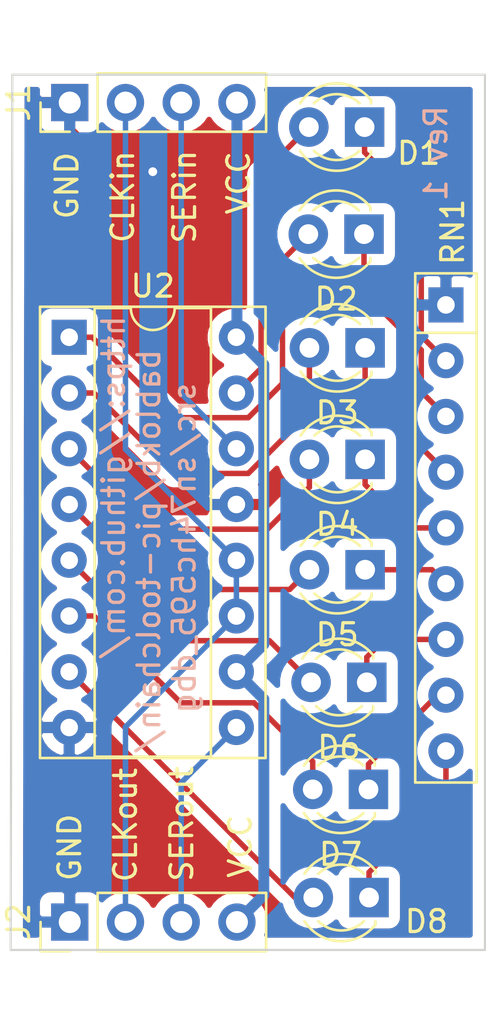
<source format=kicad_pcb>
(kicad_pcb (version 20171130) (host pcbnew 5.1.5-5.1.5)

  (general
    (thickness 1.6)
    (drawings 14)
    (tracks 89)
    (zones 0)
    (modules 12)
    (nets 22)
  )

  (page A4)
  (layers
    (0 F.Cu signal)
    (31 B.Cu signal)
    (32 B.Adhes user)
    (33 F.Adhes user)
    (34 B.Paste user)
    (35 F.Paste user)
    (36 B.SilkS user)
    (37 F.SilkS user)
    (38 B.Mask user)
    (39 F.Mask user)
    (40 Dwgs.User user)
    (41 Cmts.User user)
    (42 Eco1.User user)
    (43 Eco2.User user)
    (44 Edge.Cuts user)
    (45 Margin user)
    (46 B.CrtYd user)
    (47 F.CrtYd user)
    (48 B.Fab user)
    (49 F.Fab user)
  )

  (setup
    (last_trace_width 0.25)
    (trace_clearance 0.2)
    (zone_clearance 0.508)
    (zone_45_only no)
    (trace_min 0.2)
    (via_size 0.8)
    (via_drill 0.4)
    (via_min_size 0.4)
    (via_min_drill 0.3)
    (uvia_size 0.3)
    (uvia_drill 0.1)
    (uvias_allowed no)
    (uvia_min_size 0.2)
    (uvia_min_drill 0.1)
    (edge_width 0.1)
    (segment_width 0.2)
    (pcb_text_width 0.3)
    (pcb_text_size 1.5 1.5)
    (mod_edge_width 0.15)
    (mod_text_size 1 1)
    (mod_text_width 0.15)
    (pad_size 1.524 1.524)
    (pad_drill 0.762)
    (pad_to_mask_clearance 0)
    (aux_axis_origin 0 0)
    (visible_elements FFFFFF7F)
    (pcbplotparams
      (layerselection 0x010fc_ffffffff)
      (usegerberextensions false)
      (usegerberattributes false)
      (usegerberadvancedattributes false)
      (creategerberjobfile false)
      (excludeedgelayer true)
      (linewidth 0.100000)
      (plotframeref false)
      (viasonmask false)
      (mode 1)
      (useauxorigin false)
      (hpglpennumber 1)
      (hpglpenspeed 20)
      (hpglpendiameter 15.000000)
      (psnegative false)
      (psa4output false)
      (plotreference true)
      (plotvalue true)
      (plotinvisibletext false)
      (padsonsilk false)
      (subtractmaskfromsilk false)
      (outputformat 1)
      (mirror false)
      (drillshape 1)
      (scaleselection 1)
      (outputdirectory ""))
  )

  (net 0 "")
  (net 1 "Net-(D1-Pad2)")
  (net 2 "Net-(D1-Pad1)")
  (net 3 "Net-(D2-Pad2)")
  (net 4 "Net-(D2-Pad1)")
  (net 5 "Net-(D3-Pad2)")
  (net 6 "Net-(D3-Pad1)")
  (net 7 "Net-(D4-Pad2)")
  (net 8 "Net-(D4-Pad1)")
  (net 9 "Net-(D5-Pad2)")
  (net 10 "Net-(D5-Pad1)")
  (net 11 "Net-(D6-Pad2)")
  (net 12 "Net-(D6-Pad1)")
  (net 13 "Net-(D7-Pad2)")
  (net 14 "Net-(D7-Pad1)")
  (net 15 "Net-(D8-Pad2)")
  (net 16 "Net-(D8-Pad1)")
  (net 17 +5V)
  (net 18 "Net-(J1-Pad3)")
  (net 19 "Net-(J1-Pad2)")
  (net 20 GND)
  (net 21 "Net-(J2-Pad3)")

  (net_class Default "Dies ist die voreingestellte Netzklasse."
    (clearance 0.2)
    (trace_width 0.25)
    (via_dia 0.8)
    (via_drill 0.4)
    (uvia_dia 0.3)
    (uvia_drill 0.1)
    (add_net GND)
    (add_net "Net-(D1-Pad1)")
    (add_net "Net-(D1-Pad2)")
    (add_net "Net-(D2-Pad1)")
    (add_net "Net-(D2-Pad2)")
    (add_net "Net-(D3-Pad1)")
    (add_net "Net-(D3-Pad2)")
    (add_net "Net-(D4-Pad1)")
    (add_net "Net-(D4-Pad2)")
    (add_net "Net-(D5-Pad1)")
    (add_net "Net-(D5-Pad2)")
    (add_net "Net-(D6-Pad1)")
    (add_net "Net-(D6-Pad2)")
    (add_net "Net-(D7-Pad1)")
    (add_net "Net-(D7-Pad2)")
    (add_net "Net-(D8-Pad1)")
    (add_net "Net-(D8-Pad2)")
    (add_net "Net-(J1-Pad2)")
    (add_net "Net-(J1-Pad3)")
    (add_net "Net-(J2-Pad3)")
  )

  (net_class 5V ""
    (clearance 0.2)
    (trace_width 0.5)
    (via_dia 0.8)
    (via_drill 0.4)
    (uvia_dia 0.3)
    (uvia_drill 0.1)
    (add_net +5V)
  )

  (module Connector_PinHeader_2.54mm:PinHeader_1x04_P2.54mm_Vertical (layer F.Cu) (tedit 59FED5CC) (tstamp 5E9D2939)
    (at 86.1314 86.0552 90)
    (descr "Through hole straight pin header, 1x04, 2.54mm pitch, single row")
    (tags "Through hole pin header THT 1x04 2.54mm single row")
    (path /5E9C427F)
    (fp_text reference J2 (at 0 -2.33 90) (layer F.SilkS)
      (effects (font (size 1 1) (thickness 0.15)))
    )
    (fp_text value Conn_01x04 (at 0 9.95 90) (layer F.Fab)
      (effects (font (size 1 1) (thickness 0.15)))
    )
    (fp_text user %R (at 0 3.81) (layer F.Fab)
      (effects (font (size 1 1) (thickness 0.15)))
    )
    (fp_line (start 1.8 -1.8) (end -1.8 -1.8) (layer F.CrtYd) (width 0.05))
    (fp_line (start 1.8 9.4) (end 1.8 -1.8) (layer F.CrtYd) (width 0.05))
    (fp_line (start -1.8 9.4) (end 1.8 9.4) (layer F.CrtYd) (width 0.05))
    (fp_line (start -1.8 -1.8) (end -1.8 9.4) (layer F.CrtYd) (width 0.05))
    (fp_line (start -1.33 -1.33) (end 0 -1.33) (layer F.SilkS) (width 0.12))
    (fp_line (start -1.33 0) (end -1.33 -1.33) (layer F.SilkS) (width 0.12))
    (fp_line (start -1.33 1.27) (end 1.33 1.27) (layer F.SilkS) (width 0.12))
    (fp_line (start 1.33 1.27) (end 1.33 8.95) (layer F.SilkS) (width 0.12))
    (fp_line (start -1.33 1.27) (end -1.33 8.95) (layer F.SilkS) (width 0.12))
    (fp_line (start -1.33 8.95) (end 1.33 8.95) (layer F.SilkS) (width 0.12))
    (fp_line (start -1.27 -0.635) (end -0.635 -1.27) (layer F.Fab) (width 0.1))
    (fp_line (start -1.27 8.89) (end -1.27 -0.635) (layer F.Fab) (width 0.1))
    (fp_line (start 1.27 8.89) (end -1.27 8.89) (layer F.Fab) (width 0.1))
    (fp_line (start 1.27 -1.27) (end 1.27 8.89) (layer F.Fab) (width 0.1))
    (fp_line (start -0.635 -1.27) (end 1.27 -1.27) (layer F.Fab) (width 0.1))
    (pad 4 thru_hole oval (at 0 7.62 90) (size 1.7 1.7) (drill 1) (layers *.Cu *.Mask)
      (net 17 +5V))
    (pad 3 thru_hole oval (at 0 5.08 90) (size 1.7 1.7) (drill 1) (layers *.Cu *.Mask)
      (net 21 "Net-(J2-Pad3)"))
    (pad 2 thru_hole oval (at 0 2.54 90) (size 1.7 1.7) (drill 1) (layers *.Cu *.Mask)
      (net 19 "Net-(J1-Pad2)"))
    (pad 1 thru_hole rect (at 0 0 90) (size 1.7 1.7) (drill 1) (layers *.Cu *.Mask)
      (net 20 GND))
    (model ${KISYS3DMOD}/Connector_PinHeader_2.54mm.3dshapes/PinHeader_1x04_P2.54mm_Vertical.wrl
      (at (xyz 0 0 0))
      (scale (xyz 1 1 1))
      (rotate (xyz 0 0 0))
    )
  )

  (module Connector_PinHeader_2.54mm:PinHeader_1x04_P2.54mm_Vertical (layer F.Cu) (tedit 59FED5CC) (tstamp 5E9C9D15)
    (at 86.1314 48.7172 90)
    (descr "Through hole straight pin header, 1x04, 2.54mm pitch, single row")
    (tags "Through hole pin header THT 1x04 2.54mm single row")
    (path /5E9B758D)
    (fp_text reference J1 (at 0 -2.33 90) (layer F.SilkS)
      (effects (font (size 1 1) (thickness 0.15)))
    )
    (fp_text value Conn_01x04 (at 0 9.95 90) (layer F.Fab)
      (effects (font (size 1 1) (thickness 0.15)))
    )
    (fp_text user %R (at 0 3.81) (layer F.Fab)
      (effects (font (size 1 1) (thickness 0.15)))
    )
    (fp_line (start 1.8 -1.8) (end -1.8 -1.8) (layer F.CrtYd) (width 0.05))
    (fp_line (start 1.8 9.4) (end 1.8 -1.8) (layer F.CrtYd) (width 0.05))
    (fp_line (start -1.8 9.4) (end 1.8 9.4) (layer F.CrtYd) (width 0.05))
    (fp_line (start -1.8 -1.8) (end -1.8 9.4) (layer F.CrtYd) (width 0.05))
    (fp_line (start -1.33 -1.33) (end 0 -1.33) (layer F.SilkS) (width 0.12))
    (fp_line (start -1.33 0) (end -1.33 -1.33) (layer F.SilkS) (width 0.12))
    (fp_line (start -1.33 1.27) (end 1.33 1.27) (layer F.SilkS) (width 0.12))
    (fp_line (start 1.33 1.27) (end 1.33 8.95) (layer F.SilkS) (width 0.12))
    (fp_line (start -1.33 1.27) (end -1.33 8.95) (layer F.SilkS) (width 0.12))
    (fp_line (start -1.33 8.95) (end 1.33 8.95) (layer F.SilkS) (width 0.12))
    (fp_line (start -1.27 -0.635) (end -0.635 -1.27) (layer F.Fab) (width 0.1))
    (fp_line (start -1.27 8.89) (end -1.27 -0.635) (layer F.Fab) (width 0.1))
    (fp_line (start 1.27 8.89) (end -1.27 8.89) (layer F.Fab) (width 0.1))
    (fp_line (start 1.27 -1.27) (end 1.27 8.89) (layer F.Fab) (width 0.1))
    (fp_line (start -0.635 -1.27) (end 1.27 -1.27) (layer F.Fab) (width 0.1))
    (pad 4 thru_hole oval (at 0 7.62 90) (size 1.7 1.7) (drill 1) (layers *.Cu *.Mask)
      (net 17 +5V))
    (pad 3 thru_hole oval (at 0 5.08 90) (size 1.7 1.7) (drill 1) (layers *.Cu *.Mask)
      (net 18 "Net-(J1-Pad3)"))
    (pad 2 thru_hole oval (at 0 2.54 90) (size 1.7 1.7) (drill 1) (layers *.Cu *.Mask)
      (net 19 "Net-(J1-Pad2)"))
    (pad 1 thru_hole rect (at 0 0 90) (size 1.7 1.7) (drill 1) (layers *.Cu *.Mask)
      (net 20 GND))
    (model ${KISYS3DMOD}/Connector_PinHeader_2.54mm.3dshapes/PinHeader_1x04_P2.54mm_Vertical.wrl
      (at (xyz 0 0 0))
      (scale (xyz 1 1 1))
      (rotate (xyz 0 0 0))
    )
  )

  (module LED_THT:LED_D3.0mm (layer F.Cu) (tedit 587A3A7B) (tstamp 5E9C9CFD)
    (at 99.7712 84.9376 180)
    (descr "LED, diameter 3.0mm, 2 pins")
    (tags "LED diameter 3.0mm 2 pins")
    (path /5E9DBAA0)
    (fp_text reference D8 (at -2.6162 -1.0922) (layer F.SilkS)
      (effects (font (size 1 1) (thickness 0.15)))
    )
    (fp_text value LED (at 1.27 2.96) (layer F.Fab)
      (effects (font (size 1 1) (thickness 0.15)))
    )
    (fp_line (start 3.7 -2.25) (end -1.15 -2.25) (layer F.CrtYd) (width 0.05))
    (fp_line (start 3.7 2.25) (end 3.7 -2.25) (layer F.CrtYd) (width 0.05))
    (fp_line (start -1.15 2.25) (end 3.7 2.25) (layer F.CrtYd) (width 0.05))
    (fp_line (start -1.15 -2.25) (end -1.15 2.25) (layer F.CrtYd) (width 0.05))
    (fp_line (start -0.29 1.08) (end -0.29 1.236) (layer F.SilkS) (width 0.12))
    (fp_line (start -0.29 -1.236) (end -0.29 -1.08) (layer F.SilkS) (width 0.12))
    (fp_line (start -0.23 -1.16619) (end -0.23 1.16619) (layer F.Fab) (width 0.1))
    (fp_circle (center 1.27 0) (end 2.77 0) (layer F.Fab) (width 0.1))
    (fp_arc (start 1.27 0) (end 0.229039 1.08) (angle -87.9) (layer F.SilkS) (width 0.12))
    (fp_arc (start 1.27 0) (end 0.229039 -1.08) (angle 87.9) (layer F.SilkS) (width 0.12))
    (fp_arc (start 1.27 0) (end -0.29 1.235516) (angle -108.8) (layer F.SilkS) (width 0.12))
    (fp_arc (start 1.27 0) (end -0.29 -1.235516) (angle 108.8) (layer F.SilkS) (width 0.12))
    (fp_arc (start 1.27 0) (end -0.23 -1.16619) (angle 284.3) (layer F.Fab) (width 0.1))
    (pad 2 thru_hole circle (at 2.54 0 180) (size 1.8 1.8) (drill 0.9) (layers *.Cu *.Mask)
      (net 15 "Net-(D8-Pad2)"))
    (pad 1 thru_hole rect (at 0 0 180) (size 1.8 1.8) (drill 0.9) (layers *.Cu *.Mask)
      (net 16 "Net-(D8-Pad1)"))
    (model ${KISYS3DMOD}/LED_THT.3dshapes/LED_D3.0mm.wrl
      (at (xyz 0 0 0))
      (scale (xyz 1 1 1))
      (rotate (xyz 0 0 0))
    )
  )

  (module LED_THT:LED_D3.0mm (layer F.Cu) (tedit 587A3A7B) (tstamp 5E9C9CA7)
    (at 99.6696 75.1332 180)
    (descr "LED, diameter 3.0mm, 2 pins")
    (tags "LED diameter 3.0mm 2 pins")
    (path /5E9D86CB)
    (fp_text reference D6 (at 1.27 -2.96) (layer F.SilkS)
      (effects (font (size 1 1) (thickness 0.15)))
    )
    (fp_text value LED (at 1.27 2.96) (layer F.Fab)
      (effects (font (size 1 1) (thickness 0.15)))
    )
    (fp_line (start 3.7 -2.25) (end -1.15 -2.25) (layer F.CrtYd) (width 0.05))
    (fp_line (start 3.7 2.25) (end 3.7 -2.25) (layer F.CrtYd) (width 0.05))
    (fp_line (start -1.15 2.25) (end 3.7 2.25) (layer F.CrtYd) (width 0.05))
    (fp_line (start -1.15 -2.25) (end -1.15 2.25) (layer F.CrtYd) (width 0.05))
    (fp_line (start -0.29 1.08) (end -0.29 1.236) (layer F.SilkS) (width 0.12))
    (fp_line (start -0.29 -1.236) (end -0.29 -1.08) (layer F.SilkS) (width 0.12))
    (fp_line (start -0.23 -1.16619) (end -0.23 1.16619) (layer F.Fab) (width 0.1))
    (fp_circle (center 1.27 0) (end 2.77 0) (layer F.Fab) (width 0.1))
    (fp_arc (start 1.27 0) (end 0.229039 1.08) (angle -87.9) (layer F.SilkS) (width 0.12))
    (fp_arc (start 1.27 0) (end 0.229039 -1.08) (angle 87.9) (layer F.SilkS) (width 0.12))
    (fp_arc (start 1.27 0) (end -0.29 1.235516) (angle -108.8) (layer F.SilkS) (width 0.12))
    (fp_arc (start 1.27 0) (end -0.29 -1.235516) (angle 108.8) (layer F.SilkS) (width 0.12))
    (fp_arc (start 1.27 0) (end -0.23 -1.16619) (angle 284.3) (layer F.Fab) (width 0.1))
    (pad 2 thru_hole circle (at 2.54 0 180) (size 1.8 1.8) (drill 0.9) (layers *.Cu *.Mask)
      (net 11 "Net-(D6-Pad2)"))
    (pad 1 thru_hole rect (at 0 0 180) (size 1.8 1.8) (drill 0.9) (layers *.Cu *.Mask)
      (net 12 "Net-(D6-Pad1)"))
    (model ${KISYS3DMOD}/LED_THT.3dshapes/LED_D3.0mm.wrl
      (at (xyz 0 0 0))
      (scale (xyz 1 1 1))
      (rotate (xyz 0 0 0))
    )
  )

  (module LED_THT:LED_D3.0mm (layer F.Cu) (tedit 587A3A7B) (tstamp 5E9C9CD2)
    (at 99.7458 80.01 180)
    (descr "LED, diameter 3.0mm, 2 pins")
    (tags "LED diameter 3.0mm 2 pins")
    (path /5E9D3CA5)
    (fp_text reference D7 (at 1.27 -2.96) (layer F.SilkS)
      (effects (font (size 1 1) (thickness 0.15)))
    )
    (fp_text value LED (at 1.27 2.96) (layer F.Fab)
      (effects (font (size 1 1) (thickness 0.15)))
    )
    (fp_line (start 3.7 -2.25) (end -1.15 -2.25) (layer F.CrtYd) (width 0.05))
    (fp_line (start 3.7 2.25) (end 3.7 -2.25) (layer F.CrtYd) (width 0.05))
    (fp_line (start -1.15 2.25) (end 3.7 2.25) (layer F.CrtYd) (width 0.05))
    (fp_line (start -1.15 -2.25) (end -1.15 2.25) (layer F.CrtYd) (width 0.05))
    (fp_line (start -0.29 1.08) (end -0.29 1.236) (layer F.SilkS) (width 0.12))
    (fp_line (start -0.29 -1.236) (end -0.29 -1.08) (layer F.SilkS) (width 0.12))
    (fp_line (start -0.23 -1.16619) (end -0.23 1.16619) (layer F.Fab) (width 0.1))
    (fp_circle (center 1.27 0) (end 2.77 0) (layer F.Fab) (width 0.1))
    (fp_arc (start 1.27 0) (end 0.229039 1.08) (angle -87.9) (layer F.SilkS) (width 0.12))
    (fp_arc (start 1.27 0) (end 0.229039 -1.08) (angle 87.9) (layer F.SilkS) (width 0.12))
    (fp_arc (start 1.27 0) (end -0.29 1.235516) (angle -108.8) (layer F.SilkS) (width 0.12))
    (fp_arc (start 1.27 0) (end -0.29 -1.235516) (angle 108.8) (layer F.SilkS) (width 0.12))
    (fp_arc (start 1.27 0) (end -0.23 -1.16619) (angle 284.3) (layer F.Fab) (width 0.1))
    (pad 2 thru_hole circle (at 2.54 0 180) (size 1.8 1.8) (drill 0.9) (layers *.Cu *.Mask)
      (net 13 "Net-(D7-Pad2)"))
    (pad 1 thru_hole rect (at 0 0 180) (size 1.8 1.8) (drill 0.9) (layers *.Cu *.Mask)
      (net 14 "Net-(D7-Pad1)"))
    (model ${KISYS3DMOD}/LED_THT.3dshapes/LED_D3.0mm.wrl
      (at (xyz 0 0 0))
      (scale (xyz 1 1 1))
      (rotate (xyz 0 0 0))
    )
  )

  (module LED_THT:LED_D3.0mm (layer F.Cu) (tedit 587A3A7B) (tstamp 5E9C9C7C)
    (at 99.5934 70.0024 180)
    (descr "LED, diameter 3.0mm, 2 pins")
    (tags "LED diameter 3.0mm 2 pins")
    (path /5E9D91D4)
    (fp_text reference D5 (at 1.27 -2.96) (layer F.SilkS)
      (effects (font (size 1 1) (thickness 0.15)))
    )
    (fp_text value LED (at 1.27 2.96) (layer F.Fab)
      (effects (font (size 1 1) (thickness 0.15)))
    )
    (fp_line (start 3.7 -2.25) (end -1.15 -2.25) (layer F.CrtYd) (width 0.05))
    (fp_line (start 3.7 2.25) (end 3.7 -2.25) (layer F.CrtYd) (width 0.05))
    (fp_line (start -1.15 2.25) (end 3.7 2.25) (layer F.CrtYd) (width 0.05))
    (fp_line (start -1.15 -2.25) (end -1.15 2.25) (layer F.CrtYd) (width 0.05))
    (fp_line (start -0.29 1.08) (end -0.29 1.236) (layer F.SilkS) (width 0.12))
    (fp_line (start -0.29 -1.236) (end -0.29 -1.08) (layer F.SilkS) (width 0.12))
    (fp_line (start -0.23 -1.16619) (end -0.23 1.16619) (layer F.Fab) (width 0.1))
    (fp_circle (center 1.27 0) (end 2.77 0) (layer F.Fab) (width 0.1))
    (fp_arc (start 1.27 0) (end 0.229039 1.08) (angle -87.9) (layer F.SilkS) (width 0.12))
    (fp_arc (start 1.27 0) (end 0.229039 -1.08) (angle 87.9) (layer F.SilkS) (width 0.12))
    (fp_arc (start 1.27 0) (end -0.29 1.235516) (angle -108.8) (layer F.SilkS) (width 0.12))
    (fp_arc (start 1.27 0) (end -0.29 -1.235516) (angle 108.8) (layer F.SilkS) (width 0.12))
    (fp_arc (start 1.27 0) (end -0.23 -1.16619) (angle 284.3) (layer F.Fab) (width 0.1))
    (pad 2 thru_hole circle (at 2.54 0 180) (size 1.8 1.8) (drill 0.9) (layers *.Cu *.Mask)
      (net 9 "Net-(D5-Pad2)"))
    (pad 1 thru_hole rect (at 0 0 180) (size 1.8 1.8) (drill 0.9) (layers *.Cu *.Mask)
      (net 10 "Net-(D5-Pad1)"))
    (model ${KISYS3DMOD}/LED_THT.3dshapes/LED_D3.0mm.wrl
      (at (xyz 0 0 0))
      (scale (xyz 1 1 1))
      (rotate (xyz 0 0 0))
    )
  )

  (module LED_THT:LED_D3.0mm (layer F.Cu) (tedit 587A3A7B) (tstamp 5E9C9C51)
    (at 99.5934 64.9732 180)
    (descr "LED, diameter 3.0mm, 2 pins")
    (tags "LED diameter 3.0mm 2 pins")
    (path /5E9D9ADE)
    (fp_text reference D4 (at 1.27 -2.96) (layer F.SilkS)
      (effects (font (size 1 1) (thickness 0.15)))
    )
    (fp_text value LED (at 1.27 2.96) (layer F.Fab)
      (effects (font (size 1 1) (thickness 0.15)))
    )
    (fp_line (start 3.7 -2.25) (end -1.15 -2.25) (layer F.CrtYd) (width 0.05))
    (fp_line (start 3.7 2.25) (end 3.7 -2.25) (layer F.CrtYd) (width 0.05))
    (fp_line (start -1.15 2.25) (end 3.7 2.25) (layer F.CrtYd) (width 0.05))
    (fp_line (start -1.15 -2.25) (end -1.15 2.25) (layer F.CrtYd) (width 0.05))
    (fp_line (start -0.29 1.08) (end -0.29 1.236) (layer F.SilkS) (width 0.12))
    (fp_line (start -0.29 -1.236) (end -0.29 -1.08) (layer F.SilkS) (width 0.12))
    (fp_line (start -0.23 -1.16619) (end -0.23 1.16619) (layer F.Fab) (width 0.1))
    (fp_circle (center 1.27 0) (end 2.77 0) (layer F.Fab) (width 0.1))
    (fp_arc (start 1.27 0) (end 0.229039 1.08) (angle -87.9) (layer F.SilkS) (width 0.12))
    (fp_arc (start 1.27 0) (end 0.229039 -1.08) (angle 87.9) (layer F.SilkS) (width 0.12))
    (fp_arc (start 1.27 0) (end -0.29 1.235516) (angle -108.8) (layer F.SilkS) (width 0.12))
    (fp_arc (start 1.27 0) (end -0.29 -1.235516) (angle 108.8) (layer F.SilkS) (width 0.12))
    (fp_arc (start 1.27 0) (end -0.23 -1.16619) (angle 284.3) (layer F.Fab) (width 0.1))
    (pad 2 thru_hole circle (at 2.54 0 180) (size 1.8 1.8) (drill 0.9) (layers *.Cu *.Mask)
      (net 7 "Net-(D4-Pad2)"))
    (pad 1 thru_hole rect (at 0 0 180) (size 1.8 1.8) (drill 0.9) (layers *.Cu *.Mask)
      (net 8 "Net-(D4-Pad1)"))
    (model ${KISYS3DMOD}/LED_THT.3dshapes/LED_D3.0mm.wrl
      (at (xyz 0 0 0))
      (scale (xyz 1 1 1))
      (rotate (xyz 0 0 0))
    )
  )

  (module LED_THT:LED_D3.0mm (layer F.Cu) (tedit 587A3A7B) (tstamp 5E9C9C26)
    (at 99.5934 59.8932 180)
    (descr "LED, diameter 3.0mm, 2 pins")
    (tags "LED diameter 3.0mm 2 pins")
    (path /5E9DA217)
    (fp_text reference D3 (at 1.27 -2.96) (layer F.SilkS)
      (effects (font (size 1 1) (thickness 0.15)))
    )
    (fp_text value LED (at 1.27 2.96) (layer F.Fab)
      (effects (font (size 1 1) (thickness 0.15)))
    )
    (fp_line (start 3.7 -2.25) (end -1.15 -2.25) (layer F.CrtYd) (width 0.05))
    (fp_line (start 3.7 2.25) (end 3.7 -2.25) (layer F.CrtYd) (width 0.05))
    (fp_line (start -1.15 2.25) (end 3.7 2.25) (layer F.CrtYd) (width 0.05))
    (fp_line (start -1.15 -2.25) (end -1.15 2.25) (layer F.CrtYd) (width 0.05))
    (fp_line (start -0.29 1.08) (end -0.29 1.236) (layer F.SilkS) (width 0.12))
    (fp_line (start -0.29 -1.236) (end -0.29 -1.08) (layer F.SilkS) (width 0.12))
    (fp_line (start -0.23 -1.16619) (end -0.23 1.16619) (layer F.Fab) (width 0.1))
    (fp_circle (center 1.27 0) (end 2.77 0) (layer F.Fab) (width 0.1))
    (fp_arc (start 1.27 0) (end 0.229039 1.08) (angle -87.9) (layer F.SilkS) (width 0.12))
    (fp_arc (start 1.27 0) (end 0.229039 -1.08) (angle 87.9) (layer F.SilkS) (width 0.12))
    (fp_arc (start 1.27 0) (end -0.29 1.235516) (angle -108.8) (layer F.SilkS) (width 0.12))
    (fp_arc (start 1.27 0) (end -0.29 -1.235516) (angle 108.8) (layer F.SilkS) (width 0.12))
    (fp_arc (start 1.27 0) (end -0.23 -1.16619) (angle 284.3) (layer F.Fab) (width 0.1))
    (pad 2 thru_hole circle (at 2.54 0 180) (size 1.8 1.8) (drill 0.9) (layers *.Cu *.Mask)
      (net 5 "Net-(D3-Pad2)"))
    (pad 1 thru_hole rect (at 0 0 180) (size 1.8 1.8) (drill 0.9) (layers *.Cu *.Mask)
      (net 6 "Net-(D3-Pad1)"))
    (model ${KISYS3DMOD}/LED_THT.3dshapes/LED_D3.0mm.wrl
      (at (xyz 0 0 0))
      (scale (xyz 1 1 1))
      (rotate (xyz 0 0 0))
    )
  )

  (module LED_THT:LED_D3.0mm (layer F.Cu) (tedit 587A3A7B) (tstamp 5E9C9BFB)
    (at 99.5426 54.7116 180)
    (descr "LED, diameter 3.0mm, 2 pins")
    (tags "LED diameter 3.0mm 2 pins")
    (path /5E9DAD3E)
    (fp_text reference D2 (at 1.27 -2.96) (layer F.SilkS)
      (effects (font (size 1 1) (thickness 0.15)))
    )
    (fp_text value LED (at 1.27 2.96) (layer F.Fab)
      (effects (font (size 1 1) (thickness 0.15)))
    )
    (fp_line (start 3.7 -2.25) (end -1.15 -2.25) (layer F.CrtYd) (width 0.05))
    (fp_line (start 3.7 2.25) (end 3.7 -2.25) (layer F.CrtYd) (width 0.05))
    (fp_line (start -1.15 2.25) (end 3.7 2.25) (layer F.CrtYd) (width 0.05))
    (fp_line (start -1.15 -2.25) (end -1.15 2.25) (layer F.CrtYd) (width 0.05))
    (fp_line (start -0.29 1.08) (end -0.29 1.236) (layer F.SilkS) (width 0.12))
    (fp_line (start -0.29 -1.236) (end -0.29 -1.08) (layer F.SilkS) (width 0.12))
    (fp_line (start -0.23 -1.16619) (end -0.23 1.16619) (layer F.Fab) (width 0.1))
    (fp_circle (center 1.27 0) (end 2.77 0) (layer F.Fab) (width 0.1))
    (fp_arc (start 1.27 0) (end 0.229039 1.08) (angle -87.9) (layer F.SilkS) (width 0.12))
    (fp_arc (start 1.27 0) (end 0.229039 -1.08) (angle 87.9) (layer F.SilkS) (width 0.12))
    (fp_arc (start 1.27 0) (end -0.29 1.235516) (angle -108.8) (layer F.SilkS) (width 0.12))
    (fp_arc (start 1.27 0) (end -0.29 -1.235516) (angle 108.8) (layer F.SilkS) (width 0.12))
    (fp_arc (start 1.27 0) (end -0.23 -1.16619) (angle 284.3) (layer F.Fab) (width 0.1))
    (pad 2 thru_hole circle (at 2.54 0 180) (size 1.8 1.8) (drill 0.9) (layers *.Cu *.Mask)
      (net 3 "Net-(D2-Pad2)"))
    (pad 1 thru_hole rect (at 0 0 180) (size 1.8 1.8) (drill 0.9) (layers *.Cu *.Mask)
      (net 4 "Net-(D2-Pad1)"))
    (model ${KISYS3DMOD}/LED_THT.3dshapes/LED_D3.0mm.wrl
      (at (xyz 0 0 0))
      (scale (xyz 1 1 1))
      (rotate (xyz 0 0 0))
    )
  )

  (module LED_THT:LED_D3.0mm (layer F.Cu) (tedit 587A3A7B) (tstamp 5E9C9BD0)
    (at 99.568 49.8348 180)
    (descr "LED, diameter 3.0mm, 2 pins")
    (tags "LED diameter 3.0mm 2 pins")
    (path /5E9DC6C9)
    (fp_text reference D1 (at -2.4638 -1.1938) (layer F.SilkS)
      (effects (font (size 1 1) (thickness 0.15)))
    )
    (fp_text value LED (at 1.27 2.96) (layer F.Fab)
      (effects (font (size 1 1) (thickness 0.15)))
    )
    (fp_arc (start 1.27 0) (end -0.23 -1.16619) (angle 284.3) (layer F.Fab) (width 0.1))
    (fp_arc (start 1.27 0) (end -0.29 -1.235516) (angle 108.8) (layer F.SilkS) (width 0.12))
    (fp_arc (start 1.27 0) (end -0.29 1.235516) (angle -108.8) (layer F.SilkS) (width 0.12))
    (fp_arc (start 1.27 0) (end 0.229039 -1.08) (angle 87.9) (layer F.SilkS) (width 0.12))
    (fp_arc (start 1.27 0) (end 0.229039 1.08) (angle -87.9) (layer F.SilkS) (width 0.12))
    (fp_circle (center 1.27 0) (end 2.77 0) (layer F.Fab) (width 0.1))
    (fp_line (start -0.23 -1.16619) (end -0.23 1.16619) (layer F.Fab) (width 0.1))
    (fp_line (start -0.29 -1.236) (end -0.29 -1.08) (layer F.SilkS) (width 0.12))
    (fp_line (start -0.29 1.08) (end -0.29 1.236) (layer F.SilkS) (width 0.12))
    (fp_line (start -1.15 -2.25) (end -1.15 2.25) (layer F.CrtYd) (width 0.05))
    (fp_line (start -1.15 2.25) (end 3.7 2.25) (layer F.CrtYd) (width 0.05))
    (fp_line (start 3.7 2.25) (end 3.7 -2.25) (layer F.CrtYd) (width 0.05))
    (fp_line (start 3.7 -2.25) (end -1.15 -2.25) (layer F.CrtYd) (width 0.05))
    (pad 1 thru_hole rect (at 0 0 180) (size 1.8 1.8) (drill 0.9) (layers *.Cu *.Mask)
      (net 2 "Net-(D1-Pad1)"))
    (pad 2 thru_hole circle (at 2.54 0 180) (size 1.8 1.8) (drill 0.9) (layers *.Cu *.Mask)
      (net 1 "Net-(D1-Pad2)"))
    (model ${KISYS3DMOD}/LED_THT.3dshapes/LED_D3.0mm.wrl
      (at (xyz 0 0 0))
      (scale (xyz 1 1 1))
      (rotate (xyz 0 0 0))
    )
  )

  (module Package_DIP:DIP-16_W7.62mm_Socket (layer F.Cu) (tedit 5A02E8C5) (tstamp 5E9C9D73)
    (at 86.106 59.4106)
    (descr "16-lead though-hole mounted DIP package, row spacing 7.62 mm (300 mils), Socket")
    (tags "THT DIP DIL PDIP 2.54mm 7.62mm 300mil Socket")
    (path /5E74F99F)
    (fp_text reference U2 (at 3.81 -2.33) (layer F.SilkS)
      (effects (font (size 1 1) (thickness 0.15)))
    )
    (fp_text value 74HC595 (at 3.81 20.11) (layer F.Fab)
      (effects (font (size 1 1) (thickness 0.15)))
    )
    (fp_text user %R (at 3.81 8.89) (layer F.Fab)
      (effects (font (size 1 1) (thickness 0.15)))
    )
    (fp_line (start 9.15 -1.6) (end -1.55 -1.6) (layer F.CrtYd) (width 0.05))
    (fp_line (start 9.15 19.4) (end 9.15 -1.6) (layer F.CrtYd) (width 0.05))
    (fp_line (start -1.55 19.4) (end 9.15 19.4) (layer F.CrtYd) (width 0.05))
    (fp_line (start -1.55 -1.6) (end -1.55 19.4) (layer F.CrtYd) (width 0.05))
    (fp_line (start 8.95 -1.39) (end -1.33 -1.39) (layer F.SilkS) (width 0.12))
    (fp_line (start 8.95 19.17) (end 8.95 -1.39) (layer F.SilkS) (width 0.12))
    (fp_line (start -1.33 19.17) (end 8.95 19.17) (layer F.SilkS) (width 0.12))
    (fp_line (start -1.33 -1.39) (end -1.33 19.17) (layer F.SilkS) (width 0.12))
    (fp_line (start 6.46 -1.33) (end 4.81 -1.33) (layer F.SilkS) (width 0.12))
    (fp_line (start 6.46 19.11) (end 6.46 -1.33) (layer F.SilkS) (width 0.12))
    (fp_line (start 1.16 19.11) (end 6.46 19.11) (layer F.SilkS) (width 0.12))
    (fp_line (start 1.16 -1.33) (end 1.16 19.11) (layer F.SilkS) (width 0.12))
    (fp_line (start 2.81 -1.33) (end 1.16 -1.33) (layer F.SilkS) (width 0.12))
    (fp_line (start 8.89 -1.33) (end -1.27 -1.33) (layer F.Fab) (width 0.1))
    (fp_line (start 8.89 19.11) (end 8.89 -1.33) (layer F.Fab) (width 0.1))
    (fp_line (start -1.27 19.11) (end 8.89 19.11) (layer F.Fab) (width 0.1))
    (fp_line (start -1.27 -1.33) (end -1.27 19.11) (layer F.Fab) (width 0.1))
    (fp_line (start 0.635 -0.27) (end 1.635 -1.27) (layer F.Fab) (width 0.1))
    (fp_line (start 0.635 19.05) (end 0.635 -0.27) (layer F.Fab) (width 0.1))
    (fp_line (start 6.985 19.05) (end 0.635 19.05) (layer F.Fab) (width 0.1))
    (fp_line (start 6.985 -1.27) (end 6.985 19.05) (layer F.Fab) (width 0.1))
    (fp_line (start 1.635 -1.27) (end 6.985 -1.27) (layer F.Fab) (width 0.1))
    (fp_arc (start 3.81 -1.33) (end 2.81 -1.33) (angle -180) (layer F.SilkS) (width 0.12))
    (pad 16 thru_hole oval (at 7.62 0) (size 1.6 1.6) (drill 0.8) (layers *.Cu *.Mask)
      (net 17 +5V))
    (pad 8 thru_hole oval (at 0 17.78) (size 1.6 1.6) (drill 0.8) (layers *.Cu *.Mask)
      (net 20 GND))
    (pad 15 thru_hole oval (at 7.62 2.54) (size 1.6 1.6) (drill 0.8) (layers *.Cu *.Mask)
      (net 1 "Net-(D1-Pad2)"))
    (pad 7 thru_hole oval (at 0 15.24) (size 1.6 1.6) (drill 0.8) (layers *.Cu *.Mask)
      (net 15 "Net-(D8-Pad2)"))
    (pad 14 thru_hole oval (at 7.62 5.08) (size 1.6 1.6) (drill 0.8) (layers *.Cu *.Mask)
      (net 18 "Net-(J1-Pad3)"))
    (pad 6 thru_hole oval (at 0 12.7) (size 1.6 1.6) (drill 0.8) (layers *.Cu *.Mask)
      (net 13 "Net-(D7-Pad2)"))
    (pad 13 thru_hole oval (at 7.62 7.62) (size 1.6 1.6) (drill 0.8) (layers *.Cu *.Mask)
      (net 20 GND))
    (pad 5 thru_hole oval (at 0 10.16) (size 1.6 1.6) (drill 0.8) (layers *.Cu *.Mask)
      (net 11 "Net-(D6-Pad2)"))
    (pad 12 thru_hole oval (at 7.62 10.16) (size 1.6 1.6) (drill 0.8) (layers *.Cu *.Mask)
      (net 19 "Net-(J1-Pad2)"))
    (pad 4 thru_hole oval (at 0 7.62) (size 1.6 1.6) (drill 0.8) (layers *.Cu *.Mask)
      (net 9 "Net-(D5-Pad2)"))
    (pad 11 thru_hole oval (at 7.62 12.7) (size 1.6 1.6) (drill 0.8) (layers *.Cu *.Mask)
      (net 19 "Net-(J1-Pad2)"))
    (pad 3 thru_hole oval (at 0 5.08) (size 1.6 1.6) (drill 0.8) (layers *.Cu *.Mask)
      (net 7 "Net-(D4-Pad2)"))
    (pad 10 thru_hole oval (at 7.62 15.24) (size 1.6 1.6) (drill 0.8) (layers *.Cu *.Mask)
      (net 17 +5V))
    (pad 2 thru_hole oval (at 0 2.54) (size 1.6 1.6) (drill 0.8) (layers *.Cu *.Mask)
      (net 5 "Net-(D3-Pad2)"))
    (pad 9 thru_hole oval (at 7.62 17.78) (size 1.6 1.6) (drill 0.8) (layers *.Cu *.Mask)
      (net 21 "Net-(J2-Pad3)"))
    (pad 1 thru_hole rect (at 0 0) (size 1.6 1.6) (drill 0.8) (layers *.Cu *.Mask)
      (net 3 "Net-(D2-Pad2)"))
    (model ${KISYS3DMOD}/Package_DIP.3dshapes/DIP-16_W7.62mm_Socket.wrl
      (at (xyz 0 0 0))
      (scale (xyz 1 1 1))
      (rotate (xyz 0 0 0))
    )
  )

  (module Resistor_THT:R_Array_SIP9 (layer F.Cu) (tedit 5A14249F) (tstamp 5E9C9D49)
    (at 103.2764 57.9374 270)
    (descr "9-pin Resistor SIP pack")
    (tags R)
    (path /5E9E3741)
    (fp_text reference RN1 (at -3.3274 -0.3048 90) (layer F.SilkS)
      (effects (font (size 1 1) (thickness 0.15)))
    )
    (fp_text value R_Network08 (at 11.43 2.4 90) (layer F.Fab)
      (effects (font (size 1 1) (thickness 0.15)))
    )
    (fp_line (start 22.05 -1.65) (end -1.7 -1.65) (layer F.CrtYd) (width 0.05))
    (fp_line (start 22.05 1.65) (end 22.05 -1.65) (layer F.CrtYd) (width 0.05))
    (fp_line (start -1.7 1.65) (end 22.05 1.65) (layer F.CrtYd) (width 0.05))
    (fp_line (start -1.7 -1.65) (end -1.7 1.65) (layer F.CrtYd) (width 0.05))
    (fp_line (start 1.27 -1.4) (end 1.27 1.4) (layer F.SilkS) (width 0.12))
    (fp_line (start 21.76 -1.4) (end -1.44 -1.4) (layer F.SilkS) (width 0.12))
    (fp_line (start 21.76 1.4) (end 21.76 -1.4) (layer F.SilkS) (width 0.12))
    (fp_line (start -1.44 1.4) (end 21.76 1.4) (layer F.SilkS) (width 0.12))
    (fp_line (start -1.44 -1.4) (end -1.44 1.4) (layer F.SilkS) (width 0.12))
    (fp_line (start 1.27 -1.25) (end 1.27 1.25) (layer F.Fab) (width 0.1))
    (fp_line (start 21.61 -1.25) (end -1.29 -1.25) (layer F.Fab) (width 0.1))
    (fp_line (start 21.61 1.25) (end 21.61 -1.25) (layer F.Fab) (width 0.1))
    (fp_line (start -1.29 1.25) (end 21.61 1.25) (layer F.Fab) (width 0.1))
    (fp_line (start -1.29 -1.25) (end -1.29 1.25) (layer F.Fab) (width 0.1))
    (fp_text user %R (at 10.16 0 90) (layer F.Fab)
      (effects (font (size 1 1) (thickness 0.15)))
    )
    (pad 9 thru_hole oval (at 20.32 0 270) (size 1.6 1.6) (drill 0.8) (layers *.Cu *.Mask)
      (net 16 "Net-(D8-Pad1)"))
    (pad 8 thru_hole oval (at 17.78 0 270) (size 1.6 1.6) (drill 0.8) (layers *.Cu *.Mask)
      (net 14 "Net-(D7-Pad1)"))
    (pad 7 thru_hole oval (at 15.24 0 270) (size 1.6 1.6) (drill 0.8) (layers *.Cu *.Mask)
      (net 12 "Net-(D6-Pad1)"))
    (pad 6 thru_hole oval (at 12.7 0 270) (size 1.6 1.6) (drill 0.8) (layers *.Cu *.Mask)
      (net 10 "Net-(D5-Pad1)"))
    (pad 5 thru_hole oval (at 10.16 0 270) (size 1.6 1.6) (drill 0.8) (layers *.Cu *.Mask)
      (net 8 "Net-(D4-Pad1)"))
    (pad 4 thru_hole oval (at 7.62 0 270) (size 1.6 1.6) (drill 0.8) (layers *.Cu *.Mask)
      (net 6 "Net-(D3-Pad1)"))
    (pad 3 thru_hole oval (at 5.08 0 270) (size 1.6 1.6) (drill 0.8) (layers *.Cu *.Mask)
      (net 4 "Net-(D2-Pad1)"))
    (pad 2 thru_hole oval (at 2.54 0 270) (size 1.6 1.6) (drill 0.8) (layers *.Cu *.Mask)
      (net 2 "Net-(D1-Pad1)"))
    (pad 1 thru_hole rect (at 0 0 270) (size 1.6 1.6) (drill 0.8) (layers *.Cu *.Mask)
      (net 20 GND))
    (model ${KISYS3DMOD}/Resistor_THT.3dshapes/R_Array_SIP9.wrl
      (at (xyz 0 0 0))
      (scale (xyz 1 1 1))
      (rotate (xyz 0 0 0))
    )
  )

  (gr_text "Rev 1" (at 102.8192 51.0286 90) (layer B.SilkS)
    (effects (font (size 1 1) (thickness 0.15)) (justify mirror))
  )
  (gr_text "https://github.com/\n  bablokb/pic-toolchain/\n    src/sn74hc595_dbg" (at 89.7382 58.3438 90) (layer B.SilkS)
    (effects (font (size 1 1) (thickness 0.15)) (justify left mirror))
  )
  (gr_text GND (at 86.1314 82.6516 90) (layer F.SilkS) (tstamp 5E9D8107)
    (effects (font (size 1 1) (thickness 0.15)))
  )
  (gr_text CLKout (at 88.6714 81.6356 90) (layer F.SilkS) (tstamp 5E9D8106)
    (effects (font (size 1 1) (thickness 0.15)))
  )
  (gr_text VCC (at 93.9038 82.6008 90) (layer F.SilkS) (tstamp 5E9D8105)
    (effects (font (size 1 1) (thickness 0.15)))
  )
  (gr_text SERout (at 91.2368 81.5848 90) (layer F.SilkS) (tstamp 5E9D8104)
    (effects (font (size 1 1) (thickness 0.15)))
  )
  (gr_text VCC (at 93.8276 52.3748 90) (layer F.SilkS)
    (effects (font (size 1 1) (thickness 0.15)))
  )
  (gr_text SERin (at 91.3638 53.0098 90) (layer F.SilkS)
    (effects (font (size 1 1) (thickness 0.15)))
  )
  (gr_text CLKin (at 88.5444 53.0098 90) (layer F.SilkS)
    (effects (font (size 1 1) (thickness 0.15)))
  )
  (gr_text GND (at 86.0044 52.5018 90) (layer F.SilkS)
    (effects (font (size 1 1) (thickness 0.15)))
  )
  (gr_line (start 83.439 87.3252) (end 83.5152 47.4472) (layer Edge.Cuts) (width 0.1) (tstamp 5E9CA93B))
  (gr_line (start 105.0544 87.3252) (end 83.439 87.3252) (layer Edge.Cuts) (width 0.1))
  (gr_line (start 105.0544 47.4472) (end 105.0544 87.3252) (layer Edge.Cuts) (width 0.1))
  (gr_line (start 83.5152 47.4472) (end 105.0544 47.4472) (layer Edge.Cuts) (width 0.1))

  (segment (start 96.128001 50.734799) (end 97.028 49.8348) (width 0.25) (layer F.Cu) (net 1))
  (segment (start 94.851001 52.011799) (end 96.128001 50.734799) (width 0.25) (layer F.Cu) (net 1))
  (segment (start 94.851001 60.825599) (end 94.851001 52.011799) (width 0.25) (layer F.Cu) (net 1))
  (segment (start 93.726 61.9506) (end 94.851001 60.825599) (width 0.25) (layer F.Cu) (net 1))
  (segment (start 102.151399 59.352399) (end 102.476401 59.677401) (width 0.25) (layer F.Cu) (net 2))
  (segment (start 102.151399 53.568199) (end 102.151399 59.352399) (width 0.25) (layer F.Cu) (net 2))
  (segment (start 102.476401 59.677401) (end 103.2764 60.4774) (width 0.25) (layer F.Cu) (net 2))
  (segment (start 99.568 50.9848) (end 102.151399 53.568199) (width 0.25) (layer F.Cu) (net 2))
  (segment (start 99.568 49.8348) (end 99.568 50.9848) (width 0.25) (layer F.Cu) (net 2))
  (segment (start 96.102601 55.611599) (end 97.0026 54.7116) (width 0.25) (layer F.Cu) (net 3))
  (segment (start 95.828399 55.885801) (end 96.102601 55.611599) (width 0.25) (layer F.Cu) (net 3))
  (segment (start 95.828399 61.513203) (end 95.828399 55.885801) (width 0.25) (layer F.Cu) (net 3))
  (segment (start 94.266001 63.075601) (end 95.828399 61.513203) (width 0.25) (layer F.Cu) (net 3))
  (segment (start 90.821001 63.075601) (end 94.266001 63.075601) (width 0.25) (layer F.Cu) (net 3))
  (segment (start 87.156 59.4106) (end 90.821001 63.075601) (width 0.25) (layer F.Cu) (net 3))
  (segment (start 86.106 59.4106) (end 87.156 59.4106) (width 0.25) (layer F.Cu) (net 3))
  (segment (start 102.151399 61.892399) (end 102.476401 62.217401) (width 0.25) (layer F.Cu) (net 4))
  (segment (start 102.151399 59.988809) (end 102.151399 61.892399) (width 0.25) (layer F.Cu) (net 4))
  (segment (start 99.5426 57.38001) (end 102.151399 59.988809) (width 0.25) (layer F.Cu) (net 4))
  (segment (start 102.476401 62.217401) (end 103.2764 63.0174) (width 0.25) (layer F.Cu) (net 4))
  (segment (start 99.5426 54.7116) (end 99.5426 57.38001) (width 0.25) (layer F.Cu) (net 4))
  (segment (start 94.266001 65.615601) (end 97.0534 62.828202) (width 0.25) (layer F.Cu) (net 5))
  (segment (start 97.0534 61.165992) (end 97.0534 59.8932) (width 0.25) (layer F.Cu) (net 5))
  (segment (start 97.0534 62.828202) (end 97.0534 61.165992) (width 0.25) (layer F.Cu) (net 5))
  (segment (start 90.902371 65.615601) (end 94.266001 65.615601) (width 0.25) (layer F.Cu) (net 5))
  (segment (start 87.23737 61.9506) (end 90.902371 65.615601) (width 0.25) (layer F.Cu) (net 5))
  (segment (start 86.106 61.9506) (end 87.23737 61.9506) (width 0.25) (layer F.Cu) (net 5))
  (segment (start 99.5934 61.8744) (end 103.2764 65.5574) (width 0.25) (layer F.Cu) (net 6))
  (segment (start 99.5934 59.8932) (end 99.5934 61.8744) (width 0.25) (layer F.Cu) (net 6))
  (segment (start 97.0534 66.245992) (end 97.0534 64.9732) (width 0.25) (layer F.Cu) (net 7))
  (segment (start 95.143791 68.155601) (end 97.0534 66.245992) (width 0.25) (layer F.Cu) (net 7))
  (segment (start 86.106 64.4906) (end 89.771001 68.155601) (width 0.25) (layer F.Cu) (net 7))
  (segment (start 89.771001 68.155601) (end 95.143791 68.155601) (width 0.25) (layer F.Cu) (net 7))
  (segment (start 102.14503 68.0974) (end 103.2764 68.0974) (width 0.25) (layer F.Cu) (net 8))
  (segment (start 101.5676 68.0974) (end 102.14503 68.0974) (width 0.25) (layer F.Cu) (net 8))
  (segment (start 99.5934 66.1232) (end 101.5676 68.0974) (width 0.25) (layer F.Cu) (net 8))
  (segment (start 99.5934 64.9732) (end 99.5934 66.1232) (width 0.25) (layer F.Cu) (net 8))
  (segment (start 96.153401 70.902399) (end 97.0534 70.0024) (width 0.25) (layer F.Cu) (net 9))
  (segment (start 89.977799 70.902399) (end 96.153401 70.902399) (width 0.25) (layer F.Cu) (net 9))
  (segment (start 86.106 67.0306) (end 89.977799 70.902399) (width 0.25) (layer F.Cu) (net 9))
  (segment (start 102.6414 70.0024) (end 103.2764 70.6374) (width 0.25) (layer F.Cu) (net 10))
  (segment (start 99.5934 70.0024) (end 102.6414 70.0024) (width 0.25) (layer F.Cu) (net 10))
  (segment (start 95.232001 73.235601) (end 96.229601 74.233201) (width 0.25) (layer F.Cu) (net 11))
  (segment (start 89.771001 73.235601) (end 95.232001 73.235601) (width 0.25) (layer F.Cu) (net 11))
  (segment (start 96.229601 74.233201) (end 97.1296 75.1332) (width 0.25) (layer F.Cu) (net 11))
  (segment (start 86.106 69.5706) (end 89.771001 73.235601) (width 0.25) (layer F.Cu) (net 11))
  (segment (start 100.4754 73.1774) (end 102.14503 73.1774) (width 0.25) (layer F.Cu) (net 12))
  (segment (start 102.14503 73.1774) (end 103.2764 73.1774) (width 0.25) (layer F.Cu) (net 12))
  (segment (start 99.6696 73.9832) (end 100.4754 73.1774) (width 0.25) (layer F.Cu) (net 12))
  (segment (start 99.6696 75.1332) (end 99.6696 73.9832) (width 0.25) (layer F.Cu) (net 12))
  (segment (start 97.2058 78.737208) (end 97.2058 80.01) (width 0.25) (layer F.Cu) (net 13))
  (segment (start 94.534191 76.065599) (end 97.2058 78.737208) (width 0.25) (layer F.Cu) (net 13))
  (segment (start 91.192369 76.065599) (end 94.534191 76.065599) (width 0.25) (layer F.Cu) (net 13))
  (segment (start 87.23737 72.1106) (end 91.192369 76.065599) (width 0.25) (layer F.Cu) (net 13))
  (segment (start 86.106 72.1106) (end 87.23737 72.1106) (width 0.25) (layer F.Cu) (net 13))
  (segment (start 102.8884 75.7174) (end 103.2764 75.7174) (width 0.25) (layer F.Cu) (net 14))
  (segment (start 99.7458 78.86) (end 102.8884 75.7174) (width 0.25) (layer F.Cu) (net 14))
  (segment (start 99.7458 80.01) (end 99.7458 78.86) (width 0.25) (layer F.Cu) (net 14))
  (segment (start 96.393 84.9376) (end 97.2312 84.9376) (width 0.25) (layer F.Cu) (net 15))
  (segment (start 86.106 74.6506) (end 96.393 84.9376) (width 0.25) (layer F.Cu) (net 15))
  (segment (start 103.2764 79.38877) (end 103.2764 78.2574) (width 0.25) (layer F.Cu) (net 16))
  (segment (start 103.2764 80.2824) (end 103.2764 79.38877) (width 0.25) (layer F.Cu) (net 16))
  (segment (start 99.7712 83.7876) (end 103.2764 80.2824) (width 0.25) (layer F.Cu) (net 16))
  (segment (start 99.7712 84.9376) (end 99.7712 83.7876) (width 0.25) (layer F.Cu) (net 16))
  (segment (start 94.976001 73.400599) (end 94.525999 73.850601) (width 0.5) (layer B.Cu) (net 17))
  (segment (start 94.976001 60.660601) (end 94.976001 73.400599) (width 0.5) (layer B.Cu) (net 17))
  (segment (start 94.525999 73.850601) (end 93.726 74.6506) (width 0.5) (layer B.Cu) (net 17))
  (segment (start 93.726 59.4106) (end 94.976001 60.660601) (width 0.5) (layer B.Cu) (net 17))
  (segment (start 93.3196 59.0042) (end 93.726 59.4106) (width 0.5) (layer B.Cu) (net 17))
  (segment (start 93.7514 59.3852) (end 93.726 59.4106) (width 0.5) (layer B.Cu) (net 17))
  (segment (start 93.7514 48.7172) (end 93.7514 59.3852) (width 0.5) (layer B.Cu) (net 17))
  (segment (start 94.976001 84.830599) (end 94.601399 85.205201) (width 0.5) (layer B.Cu) (net 17))
  (segment (start 94.601399 85.205201) (end 93.7514 86.0552) (width 0.5) (layer B.Cu) (net 17))
  (segment (start 94.976001 75.900601) (end 94.976001 84.830599) (width 0.5) (layer B.Cu) (net 17))
  (segment (start 93.726 74.6506) (end 94.976001 75.900601) (width 0.5) (layer B.Cu) (net 17))
  (segment (start 91.2114 61.976) (end 93.726 64.4906) (width 0.25) (layer B.Cu) (net 18))
  (segment (start 91.2114 48.7172) (end 91.2114 61.976) (width 0.25) (layer B.Cu) (net 18))
  (segment (start 93.726 70.70197) (end 93.726 72.1106) (width 0.25) (layer B.Cu) (net 19))
  (segment (start 93.726 69.5706) (end 93.726 70.70197) (width 0.25) (layer B.Cu) (net 19))
  (segment (start 88.6714 64.516) (end 93.726 69.5706) (width 0.25) (layer B.Cu) (net 19))
  (segment (start 88.6714 48.7172) (end 88.6714 64.516) (width 0.25) (layer B.Cu) (net 19))
  (segment (start 88.6714 77.1652) (end 88.6714 86.0552) (width 0.25) (layer B.Cu) (net 19))
  (segment (start 93.726 72.1106) (end 88.6714 77.1652) (width 0.25) (layer B.Cu) (net 19))
  (via (at 89.916 51.8668) (size 0.8) (drill 0.4) (layers F.Cu B.Cu) (net 20))
  (segment (start 88.181 51.8668) (end 89.916 51.8668) (width 0.25) (layer F.Cu) (net 20))
  (segment (start 86.1314 48.7172) (end 86.1314 49.8172) (width 0.25) (layer F.Cu) (net 20))
  (segment (start 86.1314 49.8172) (end 88.181 51.8668) (width 0.25) (layer F.Cu) (net 20))
  (segment (start 91.2114 79.7052) (end 91.2114 86.0552) (width 0.25) (layer B.Cu) (net 21))
  (segment (start 93.726 77.1906) (end 91.2114 79.7052) (width 0.25) (layer B.Cu) (net 21))

  (zone (net 20) (net_name GND) (layer F.Cu) (tstamp 0) (hatch edge 0.508)
    (connect_pads (clearance 0.508))
    (min_thickness 0.254)
    (fill yes (arc_segments 32) (thermal_gap 0.508) (thermal_bridge_width 0.508))
    (polygon
      (pts
        (xy 104.9274 47.5742) (xy 104.9782 87.2236) (xy 83.5152 87.249) (xy 83.6422 47.5742)
      )
    )
    (filled_polygon
      (pts
        (xy 84.6464 48.43145) (xy 84.80515 48.5902) (xy 86.0044 48.5902) (xy 86.0044 48.5702) (xy 86.2584 48.5702)
        (xy 86.2584 48.5902) (xy 86.2784 48.5902) (xy 86.2784 48.8442) (xy 86.2584 48.8442) (xy 86.2584 50.04345)
        (xy 86.41715 50.2022) (xy 86.9814 50.205272) (xy 87.105882 50.193012) (xy 87.22558 50.156702) (xy 87.335894 50.097737)
        (xy 87.432585 50.018385) (xy 87.511937 49.921694) (xy 87.570902 49.81138) (xy 87.592913 49.73882) (xy 87.724768 49.870675)
        (xy 87.967989 50.03319) (xy 88.238242 50.145132) (xy 88.52514 50.2022) (xy 88.81766 50.2022) (xy 89.104558 50.145132)
        (xy 89.374811 50.03319) (xy 89.618032 49.870675) (xy 89.824875 49.663832) (xy 89.9414 49.48944) (xy 90.057925 49.663832)
        (xy 90.264768 49.870675) (xy 90.507989 50.03319) (xy 90.778242 50.145132) (xy 91.06514 50.2022) (xy 91.35766 50.2022)
        (xy 91.644558 50.145132) (xy 91.914811 50.03319) (xy 92.158032 49.870675) (xy 92.364875 49.663832) (xy 92.4814 49.48944)
        (xy 92.597925 49.663832) (xy 92.804768 49.870675) (xy 93.047989 50.03319) (xy 93.318242 50.145132) (xy 93.60514 50.2022)
        (xy 93.89766 50.2022) (xy 94.184558 50.145132) (xy 94.454811 50.03319) (xy 94.698032 49.870675) (xy 94.904875 49.663832)
        (xy 95.06739 49.420611) (xy 95.179332 49.150358) (xy 95.2364 48.86346) (xy 95.2364 48.57094) (xy 95.179332 48.284042)
        (xy 95.116437 48.1322) (xy 104.3694 48.1322) (xy 104.3694 56.573993) (xy 104.32058 56.547898) (xy 104.200882 56.511588)
        (xy 104.0764 56.499328) (xy 103.56215 56.5024) (xy 103.4034 56.66115) (xy 103.4034 57.8104) (xy 103.4234 57.8104)
        (xy 103.4234 58.0644) (xy 103.4034 58.0644) (xy 103.4034 58.0844) (xy 103.1494 58.0844) (xy 103.1494 58.0644)
        (xy 103.1294 58.0644) (xy 103.1294 57.8104) (xy 103.1494 57.8104) (xy 103.1494 56.66115) (xy 102.99065 56.5024)
        (xy 102.911399 56.501927) (xy 102.911399 53.605522) (xy 102.915075 53.568199) (xy 102.911399 53.530876) (xy 102.911399 53.530866)
        (xy 102.900402 53.419213) (xy 102.856945 53.275952) (xy 102.808751 53.185788) (xy 102.786373 53.143922) (xy 102.715198 53.057196)
        (xy 102.6914 53.028198) (xy 102.662403 53.004401) (xy 100.877882 51.219881) (xy 100.919185 51.185985) (xy 100.998537 51.089294)
        (xy 101.057502 50.97898) (xy 101.093812 50.859282) (xy 101.106072 50.7348) (xy 101.106072 48.9348) (xy 101.093812 48.810318)
        (xy 101.057502 48.69062) (xy 100.998537 48.580306) (xy 100.919185 48.483615) (xy 100.822494 48.404263) (xy 100.71218 48.345298)
        (xy 100.592482 48.308988) (xy 100.468 48.296728) (xy 98.668 48.296728) (xy 98.543518 48.308988) (xy 98.42382 48.345298)
        (xy 98.313506 48.404263) (xy 98.216815 48.483615) (xy 98.137463 48.580306) (xy 98.078498 48.69062) (xy 98.072944 48.708927)
        (xy 98.006505 48.642488) (xy 97.755095 48.474501) (xy 97.475743 48.358789) (xy 97.179184 48.2998) (xy 96.876816 48.2998)
        (xy 96.580257 48.358789) (xy 96.300905 48.474501) (xy 96.049495 48.642488) (xy 95.835688 48.856295) (xy 95.667701 49.107705)
        (xy 95.551989 49.387057) (xy 95.493 49.683616) (xy 95.493 49.985984) (xy 95.544269 50.24373) (xy 94.339999 51.448)
        (xy 94.311001 51.471798) (xy 94.287203 51.500796) (xy 94.287202 51.500797) (xy 94.216027 51.587523) (xy 94.145455 51.719553)
        (xy 94.101999 51.862814) (xy 94.087325 52.011799) (xy 94.091002 52.049131) (xy 94.091001 58.020091) (xy 93.867335 57.9756)
        (xy 93.584665 57.9756) (xy 93.307426 58.030747) (xy 93.046273 58.13892) (xy 92.811241 58.295963) (xy 92.611363 58.495841)
        (xy 92.45432 58.730873) (xy 92.346147 58.992026) (xy 92.291 59.269265) (xy 92.291 59.551935) (xy 92.346147 59.829174)
        (xy 92.45432 60.090327) (xy 92.611363 60.325359) (xy 92.811241 60.525237) (xy 93.043759 60.6806) (xy 92.811241 60.835963)
        (xy 92.611363 61.035841) (xy 92.45432 61.270873) (xy 92.346147 61.532026) (xy 92.291 61.809265) (xy 92.291 62.091935)
        (xy 92.335491 62.315601) (xy 91.135803 62.315601) (xy 87.719804 58.899603) (xy 87.696001 58.870599) (xy 87.580276 58.775626)
        (xy 87.544072 58.756274) (xy 87.544072 58.6106) (xy 87.531812 58.486118) (xy 87.495502 58.36642) (xy 87.436537 58.256106)
        (xy 87.357185 58.159415) (xy 87.260494 58.080063) (xy 87.15018 58.021098) (xy 87.030482 57.984788) (xy 86.906 57.972528)
        (xy 85.306 57.972528) (xy 85.181518 57.984788) (xy 85.06182 58.021098) (xy 84.951506 58.080063) (xy 84.854815 58.159415)
        (xy 84.775463 58.256106) (xy 84.716498 58.36642) (xy 84.680188 58.486118) (xy 84.667928 58.6106) (xy 84.667928 60.2106)
        (xy 84.680188 60.335082) (xy 84.716498 60.45478) (xy 84.775463 60.565094) (xy 84.854815 60.661785) (xy 84.951506 60.741137)
        (xy 85.06182 60.800102) (xy 85.181518 60.836412) (xy 85.189961 60.837243) (xy 84.991363 61.035841) (xy 84.83432 61.270873)
        (xy 84.726147 61.532026) (xy 84.671 61.809265) (xy 84.671 62.091935) (xy 84.726147 62.369174) (xy 84.83432 62.630327)
        (xy 84.991363 62.865359) (xy 85.191241 63.065237) (xy 85.423759 63.2206) (xy 85.191241 63.375963) (xy 84.991363 63.575841)
        (xy 84.83432 63.810873) (xy 84.726147 64.072026) (xy 84.671 64.349265) (xy 84.671 64.631935) (xy 84.726147 64.909174)
        (xy 84.83432 65.170327) (xy 84.991363 65.405359) (xy 85.191241 65.605237) (xy 85.423759 65.7606) (xy 85.191241 65.915963)
        (xy 84.991363 66.115841) (xy 84.83432 66.350873) (xy 84.726147 66.612026) (xy 84.671 66.889265) (xy 84.671 67.171935)
        (xy 84.726147 67.449174) (xy 84.83432 67.710327) (xy 84.991363 67.945359) (xy 85.191241 68.145237) (xy 85.423759 68.3006)
        (xy 85.191241 68.455963) (xy 84.991363 68.655841) (xy 84.83432 68.890873) (xy 84.726147 69.152026) (xy 84.671 69.429265)
        (xy 84.671 69.711935) (xy 84.726147 69.989174) (xy 84.83432 70.250327) (xy 84.991363 70.485359) (xy 85.191241 70.685237)
        (xy 85.423759 70.8406) (xy 85.191241 70.995963) (xy 84.991363 71.195841) (xy 84.83432 71.430873) (xy 84.726147 71.692026)
        (xy 84.671 71.969265) (xy 84.671 72.251935) (xy 84.726147 72.529174) (xy 84.83432 72.790327) (xy 84.991363 73.025359)
        (xy 85.191241 73.225237) (xy 85.423759 73.3806) (xy 85.191241 73.535963) (xy 84.991363 73.735841) (xy 84.83432 73.970873)
        (xy 84.726147 74.232026) (xy 84.671 74.509265) (xy 84.671 74.791935) (xy 84.726147 75.069174) (xy 84.83432 75.330327)
        (xy 84.991363 75.565359) (xy 85.191241 75.765237) (xy 85.426273 75.92228) (xy 85.436865 75.926667) (xy 85.250869 76.038215)
        (xy 85.042481 76.227186) (xy 84.874963 76.45318) (xy 84.754754 76.707513) (xy 84.714096 76.841561) (xy 84.836085 77.0636)
        (xy 85.979 77.0636) (xy 85.979 77.0436) (xy 86.233 77.0436) (xy 86.233 77.0636) (xy 87.375915 77.0636)
        (xy 87.400128 77.019529) (xy 95.752519 85.371921) (xy 95.755189 85.385343) (xy 95.870901 85.664695) (xy 96.038888 85.916105)
        (xy 96.252695 86.129912) (xy 96.504105 86.297899) (xy 96.783457 86.413611) (xy 97.080016 86.4726) (xy 97.382384 86.4726)
        (xy 97.678943 86.413611) (xy 97.958295 86.297899) (xy 98.209705 86.129912) (xy 98.276144 86.063473) (xy 98.281698 86.08178)
        (xy 98.340663 86.192094) (xy 98.420015 86.288785) (xy 98.516706 86.368137) (xy 98.62702 86.427102) (xy 98.746718 86.463412)
        (xy 98.8712 86.475672) (xy 100.6712 86.475672) (xy 100.795682 86.463412) (xy 100.91538 86.427102) (xy 101.025694 86.368137)
        (xy 101.122385 86.288785) (xy 101.201737 86.192094) (xy 101.260702 86.08178) (xy 101.297012 85.962082) (xy 101.309272 85.8376)
        (xy 101.309272 84.0376) (xy 101.297012 83.913118) (xy 101.260702 83.79342) (xy 101.201737 83.683106) (xy 101.122385 83.586415)
        (xy 101.081082 83.552519) (xy 103.787409 80.846194) (xy 103.816401 80.822401) (xy 103.840195 80.793408) (xy 103.840199 80.793404)
        (xy 103.911373 80.706677) (xy 103.911374 80.706676) (xy 103.981946 80.574647) (xy 104.025403 80.431386) (xy 104.0364 80.319733)
        (xy 104.0364 80.319724) (xy 104.040076 80.282401) (xy 104.0364 80.245078) (xy 104.0364 79.475443) (xy 104.191159 79.372037)
        (xy 104.369401 79.193795) (xy 104.369401 86.6402) (xy 95.116437 86.6402) (xy 95.179332 86.488358) (xy 95.2364 86.20146)
        (xy 95.2364 85.90894) (xy 95.179332 85.622042) (xy 95.06739 85.351789) (xy 94.904875 85.108568) (xy 94.698032 84.901725)
        (xy 94.454811 84.73921) (xy 94.184558 84.627268) (xy 93.89766 84.5702) (xy 93.60514 84.5702) (xy 93.318242 84.627268)
        (xy 93.047989 84.73921) (xy 92.804768 84.901725) (xy 92.597925 85.108568) (xy 92.4814 85.28296) (xy 92.364875 85.108568)
        (xy 92.158032 84.901725) (xy 91.914811 84.73921) (xy 91.644558 84.627268) (xy 91.35766 84.5702) (xy 91.06514 84.5702)
        (xy 90.778242 84.627268) (xy 90.507989 84.73921) (xy 90.264768 84.901725) (xy 90.057925 85.108568) (xy 89.9414 85.28296)
        (xy 89.824875 85.108568) (xy 89.618032 84.901725) (xy 89.374811 84.73921) (xy 89.104558 84.627268) (xy 88.81766 84.5702)
        (xy 88.52514 84.5702) (xy 88.238242 84.627268) (xy 87.967989 84.73921) (xy 87.724768 84.901725) (xy 87.592913 85.03358)
        (xy 87.570902 84.96102) (xy 87.511937 84.850706) (xy 87.432585 84.754015) (xy 87.335894 84.674663) (xy 87.22558 84.615698)
        (xy 87.105882 84.579388) (xy 86.9814 84.567128) (xy 86.41715 84.5702) (xy 86.2584 84.72895) (xy 86.2584 85.9282)
        (xy 86.2784 85.9282) (xy 86.2784 86.1822) (xy 86.2584 86.1822) (xy 86.2584 86.2022) (xy 86.0044 86.2022)
        (xy 86.0044 86.1822) (xy 84.80515 86.1822) (xy 84.6464 86.34095) (xy 84.644771 86.6402) (xy 84.12531 86.6402)
        (xy 84.128052 85.2052) (xy 84.643328 85.2052) (xy 84.6464 85.76945) (xy 84.80515 85.9282) (xy 86.0044 85.9282)
        (xy 86.0044 84.72895) (xy 85.84565 84.5702) (xy 85.2814 84.567128) (xy 85.156918 84.579388) (xy 85.03722 84.615698)
        (xy 84.926906 84.674663) (xy 84.830215 84.754015) (xy 84.750863 84.850706) (xy 84.691898 84.96102) (xy 84.655588 85.080718)
        (xy 84.643328 85.2052) (xy 84.128052 85.2052) (xy 84.142699 77.539639) (xy 84.714096 77.539639) (xy 84.754754 77.673687)
        (xy 84.874963 77.92802) (xy 85.042481 78.154014) (xy 85.250869 78.342985) (xy 85.492119 78.48767) (xy 85.75696 78.582509)
        (xy 85.979 78.461224) (xy 85.979 77.3176) (xy 86.233 77.3176) (xy 86.233 78.461224) (xy 86.45504 78.582509)
        (xy 86.719881 78.48767) (xy 86.961131 78.342985) (xy 87.169519 78.154014) (xy 87.337037 77.92802) (xy 87.457246 77.673687)
        (xy 87.497904 77.539639) (xy 87.375915 77.3176) (xy 86.233 77.3176) (xy 85.979 77.3176) (xy 84.836085 77.3176)
        (xy 84.714096 77.539639) (xy 84.142699 77.539639) (xy 84.196149 49.5672) (xy 84.643328 49.5672) (xy 84.655588 49.691682)
        (xy 84.691898 49.81138) (xy 84.750863 49.921694) (xy 84.830215 50.018385) (xy 84.926906 50.097737) (xy 85.03722 50.156702)
        (xy 85.156918 50.193012) (xy 85.2814 50.205272) (xy 85.84565 50.2022) (xy 86.0044 50.04345) (xy 86.0044 48.8442)
        (xy 84.80515 48.8442) (xy 84.6464 49.00295) (xy 84.643328 49.5672) (xy 84.196149 49.5672) (xy 84.198892 48.1322)
        (xy 84.644771 48.1322)
      )
    )
    (filled_polygon
      (pts
        (xy 90.338572 66.126604) (xy 90.36237 66.155602) (xy 90.391368 66.1794) (xy 90.478094 66.250575) (xy 90.536134 66.281598)
        (xy 90.610124 66.321147) (xy 90.753385 66.364604) (xy 90.865038 66.375601) (xy 90.865047 66.375601) (xy 90.90237 66.379277)
        (xy 90.939693 66.375601) (xy 92.456007 66.375601) (xy 92.374754 66.547513) (xy 92.334096 66.681561) (xy 92.456085 66.9036)
        (xy 93.599 66.9036) (xy 93.599 66.8836) (xy 93.853 66.8836) (xy 93.853 66.9036) (xy 94.995915 66.9036)
        (xy 95.117904 66.681561) (xy 95.077246 66.547513) (xy 94.957037 66.29318) (xy 94.83196 66.124443) (xy 95.570433 65.385971)
        (xy 95.577389 65.420943) (xy 95.693101 65.700295) (xy 95.861088 65.951705) (xy 96.066987 66.157604) (xy 95.021118 67.203473)
        (xy 94.995915 67.1576) (xy 93.853 67.1576) (xy 93.853 67.1776) (xy 93.599 67.1776) (xy 93.599 67.1576)
        (xy 92.456085 67.1576) (xy 92.334096 67.379639) (xy 92.338937 67.395601) (xy 90.085803 67.395601) (xy 87.504688 64.814487)
        (xy 87.541 64.631935) (xy 87.541 64.349265) (xy 87.485853 64.072026) (xy 87.37768 63.810873) (xy 87.220637 63.575841)
        (xy 87.020759 63.375963) (xy 86.788241 63.2206) (xy 87.020759 63.065237) (xy 87.148982 62.937014)
      )
    )
  )
  (zone (net 20) (net_name GND) (layer B.Cu) (tstamp 0) (hatch edge 0.508)
    (connect_pads (clearance 0.508))
    (min_thickness 0.254)
    (fill yes (arc_segments 32) (thermal_gap 0.508) (thermal_bridge_width 0.508))
    (polygon
      (pts
        (xy 104.9782 47.5488) (xy 104.9782 87.2236) (xy 83.5406 87.249) (xy 83.6422 47.5488)
      )
    )
    (filled_polygon
      (pts
        (xy 84.6464 48.43145) (xy 84.80515 48.5902) (xy 86.0044 48.5902) (xy 86.0044 48.5702) (xy 86.2584 48.5702)
        (xy 86.2584 48.5902) (xy 86.2784 48.5902) (xy 86.2784 48.8442) (xy 86.2584 48.8442) (xy 86.2584 50.04345)
        (xy 86.41715 50.2022) (xy 86.9814 50.205272) (xy 87.105882 50.193012) (xy 87.22558 50.156702) (xy 87.335894 50.097737)
        (xy 87.432585 50.018385) (xy 87.511937 49.921694) (xy 87.570902 49.81138) (xy 87.592913 49.73882) (xy 87.724768 49.870675)
        (xy 87.9114 49.995379) (xy 87.911401 64.478667) (xy 87.907724 64.516) (xy 87.922398 64.664985) (xy 87.965854 64.808246)
        (xy 88.036426 64.940276) (xy 88.107601 65.027002) (xy 88.1314 65.056001) (xy 88.160398 65.079799) (xy 92.327312 69.246714)
        (xy 92.291 69.429265) (xy 92.291 69.711935) (xy 92.346147 69.989174) (xy 92.45432 70.250327) (xy 92.611363 70.485359)
        (xy 92.811241 70.685237) (xy 92.966 70.788643) (xy 92.966 70.892556) (xy 92.811241 70.995963) (xy 92.611363 71.195841)
        (xy 92.45432 71.430873) (xy 92.346147 71.692026) (xy 92.291 71.969265) (xy 92.291 72.251935) (xy 92.327312 72.434486)
        (xy 88.160403 76.601396) (xy 88.131399 76.625199) (xy 88.076271 76.692374) (xy 88.036426 76.740924) (xy 87.992876 76.8224)
        (xy 87.965854 76.872954) (xy 87.922397 77.016215) (xy 87.9114 77.127868) (xy 87.9114 77.127878) (xy 87.907724 77.1652)
        (xy 87.9114 77.202522) (xy 87.911401 84.777021) (xy 87.724768 84.901725) (xy 87.592913 85.03358) (xy 87.570902 84.96102)
        (xy 87.511937 84.850706) (xy 87.432585 84.754015) (xy 87.335894 84.674663) (xy 87.22558 84.615698) (xy 87.105882 84.579388)
        (xy 86.9814 84.567128) (xy 86.41715 84.5702) (xy 86.2584 84.72895) (xy 86.2584 85.9282) (xy 86.2784 85.9282)
        (xy 86.2784 86.1822) (xy 86.2584 86.1822) (xy 86.2584 86.2022) (xy 86.0044 86.2022) (xy 86.0044 86.1822)
        (xy 84.80515 86.1822) (xy 84.6464 86.34095) (xy 84.644771 86.6402) (xy 84.12531 86.6402) (xy 84.128052 85.2052)
        (xy 84.643328 85.2052) (xy 84.6464 85.76945) (xy 84.80515 85.9282) (xy 86.0044 85.9282) (xy 86.0044 84.72895)
        (xy 85.84565 84.5702) (xy 85.2814 84.567128) (xy 85.156918 84.579388) (xy 85.03722 84.615698) (xy 84.926906 84.674663)
        (xy 84.830215 84.754015) (xy 84.750863 84.850706) (xy 84.691898 84.96102) (xy 84.655588 85.080718) (xy 84.643328 85.2052)
        (xy 84.128052 85.2052) (xy 84.142699 77.539639) (xy 84.714096 77.539639) (xy 84.754754 77.673687) (xy 84.874963 77.92802)
        (xy 85.042481 78.154014) (xy 85.250869 78.342985) (xy 85.492119 78.48767) (xy 85.75696 78.582509) (xy 85.979 78.461224)
        (xy 85.979 77.3176) (xy 86.233 77.3176) (xy 86.233 78.461224) (xy 86.45504 78.582509) (xy 86.719881 78.48767)
        (xy 86.961131 78.342985) (xy 87.169519 78.154014) (xy 87.337037 77.92802) (xy 87.457246 77.673687) (xy 87.497904 77.539639)
        (xy 87.375915 77.3176) (xy 86.233 77.3176) (xy 85.979 77.3176) (xy 84.836085 77.3176) (xy 84.714096 77.539639)
        (xy 84.142699 77.539639) (xy 84.178868 58.6106) (xy 84.667928 58.6106) (xy 84.667928 60.2106) (xy 84.680188 60.335082)
        (xy 84.716498 60.45478) (xy 84.775463 60.565094) (xy 84.854815 60.661785) (xy 84.951506 60.741137) (xy 85.06182 60.800102)
        (xy 85.181518 60.836412) (xy 85.189961 60.837243) (xy 84.991363 61.035841) (xy 84.83432 61.270873) (xy 84.726147 61.532026)
        (xy 84.671 61.809265) (xy 84.671 62.091935) (xy 84.726147 62.369174) (xy 84.83432 62.630327) (xy 84.991363 62.865359)
        (xy 85.191241 63.065237) (xy 85.423759 63.2206) (xy 85.191241 63.375963) (xy 84.991363 63.575841) (xy 84.83432 63.810873)
        (xy 84.726147 64.072026) (xy 84.671 64.349265) (xy 84.671 64.631935) (xy 84.726147 64.909174) (xy 84.83432 65.170327)
        (xy 84.991363 65.405359) (xy 85.191241 65.605237) (xy 85.423759 65.7606) (xy 85.191241 65.915963) (xy 84.991363 66.115841)
        (xy 84.83432 66.350873) (xy 84.726147 66.612026) (xy 84.671 66.889265) (xy 84.671 67.171935) (xy 84.726147 67.449174)
        (xy 84.83432 67.710327) (xy 84.991363 67.945359) (xy 85.191241 68.145237) (xy 85.423759 68.3006) (xy 85.191241 68.455963)
        (xy 84.991363 68.655841) (xy 84.83432 68.890873) (xy 84.726147 69.152026) (xy 84.671 69.429265) (xy 84.671 69.711935)
        (xy 84.726147 69.989174) (xy 84.83432 70.250327) (xy 84.991363 70.485359) (xy 85.191241 70.685237) (xy 85.423759 70.8406)
        (xy 85.191241 70.995963) (xy 84.991363 71.195841) (xy 84.83432 71.430873) (xy 84.726147 71.692026) (xy 84.671 71.969265)
        (xy 84.671 72.251935) (xy 84.726147 72.529174) (xy 84.83432 72.790327) (xy 84.991363 73.025359) (xy 85.191241 73.225237)
        (xy 85.423759 73.3806) (xy 85.191241 73.535963) (xy 84.991363 73.735841) (xy 84.83432 73.970873) (xy 84.726147 74.232026)
        (xy 84.671 74.509265) (xy 84.671 74.791935) (xy 84.726147 75.069174) (xy 84.83432 75.330327) (xy 84.991363 75.565359)
        (xy 85.191241 75.765237) (xy 85.426273 75.92228) (xy 85.436865 75.926667) (xy 85.250869 76.038215) (xy 85.042481 76.227186)
        (xy 84.874963 76.45318) (xy 84.754754 76.707513) (xy 84.714096 76.841561) (xy 84.836085 77.0636) (xy 85.979 77.0636)
        (xy 85.979 77.0436) (xy 86.233 77.0436) (xy 86.233 77.0636) (xy 87.375915 77.0636) (xy 87.497904 76.841561)
        (xy 87.457246 76.707513) (xy 87.337037 76.45318) (xy 87.169519 76.227186) (xy 86.961131 76.038215) (xy 86.775135 75.926667)
        (xy 86.785727 75.92228) (xy 87.020759 75.765237) (xy 87.220637 75.565359) (xy 87.37768 75.330327) (xy 87.485853 75.069174)
        (xy 87.541 74.791935) (xy 87.541 74.509265) (xy 87.485853 74.232026) (xy 87.37768 73.970873) (xy 87.220637 73.735841)
        (xy 87.020759 73.535963) (xy 86.788241 73.3806) (xy 87.020759 73.225237) (xy 87.220637 73.025359) (xy 87.37768 72.790327)
        (xy 87.485853 72.529174) (xy 87.541 72.251935) (xy 87.541 71.969265) (xy 87.485853 71.692026) (xy 87.37768 71.430873)
        (xy 87.220637 71.195841) (xy 87.020759 70.995963) (xy 86.788241 70.8406) (xy 87.020759 70.685237) (xy 87.220637 70.485359)
        (xy 87.37768 70.250327) (xy 87.485853 69.989174) (xy 87.541 69.711935) (xy 87.541 69.429265) (xy 87.485853 69.152026)
        (xy 87.37768 68.890873) (xy 87.220637 68.655841) (xy 87.020759 68.455963) (xy 86.788241 68.3006) (xy 87.020759 68.145237)
        (xy 87.220637 67.945359) (xy 87.37768 67.710327) (xy 87.485853 67.449174) (xy 87.541 67.171935) (xy 87.541 66.889265)
        (xy 87.485853 66.612026) (xy 87.37768 66.350873) (xy 87.220637 66.115841) (xy 87.020759 65.915963) (xy 86.788241 65.7606)
        (xy 87.020759 65.605237) (xy 87.220637 65.405359) (xy 87.37768 65.170327) (xy 87.485853 64.909174) (xy 87.541 64.631935)
        (xy 87.541 64.349265) (xy 87.485853 64.072026) (xy 87.37768 63.810873) (xy 87.220637 63.575841) (xy 87.020759 63.375963)
        (xy 86.788241 63.2206) (xy 87.020759 63.065237) (xy 87.220637 62.865359) (xy 87.37768 62.630327) (xy 87.485853 62.369174)
        (xy 87.541 62.091935) (xy 87.541 61.809265) (xy 87.485853 61.532026) (xy 87.37768 61.270873) (xy 87.220637 61.035841)
        (xy 87.022039 60.837243) (xy 87.030482 60.836412) (xy 87.15018 60.800102) (xy 87.260494 60.741137) (xy 87.357185 60.661785)
        (xy 87.436537 60.565094) (xy 87.495502 60.45478) (xy 87.531812 60.335082) (xy 87.544072 60.2106) (xy 87.544072 58.6106)
        (xy 87.531812 58.486118) (xy 87.495502 58.36642) (xy 87.436537 58.256106) (xy 87.357185 58.159415) (xy 87.260494 58.080063)
        (xy 87.15018 58.021098) (xy 87.030482 57.984788) (xy 86.906 57.972528) (xy 85.306 57.972528) (xy 85.181518 57.984788)
        (xy 85.06182 58.021098) (xy 84.951506 58.080063) (xy 84.854815 58.159415) (xy 84.775463 58.256106) (xy 84.716498 58.36642)
        (xy 84.680188 58.486118) (xy 84.667928 58.6106) (xy 84.178868 58.6106) (xy 84.196149 49.5672) (xy 84.643328 49.5672)
        (xy 84.655588 49.691682) (xy 84.691898 49.81138) (xy 84.750863 49.921694) (xy 84.830215 50.018385) (xy 84.926906 50.097737)
        (xy 85.03722 50.156702) (xy 85.156918 50.193012) (xy 85.2814 50.205272) (xy 85.84565 50.2022) (xy 86.0044 50.04345)
        (xy 86.0044 48.8442) (xy 84.80515 48.8442) (xy 84.6464 49.00295) (xy 84.643328 49.5672) (xy 84.196149 49.5672)
        (xy 84.198892 48.1322) (xy 84.644771 48.1322)
      )
    )
    (filled_polygon
      (pts
        (xy 104.3694 56.573993) (xy 104.32058 56.547898) (xy 104.200882 56.511588) (xy 104.0764 56.499328) (xy 103.56215 56.5024)
        (xy 103.4034 56.66115) (xy 103.4034 57.8104) (xy 103.4234 57.8104) (xy 103.4234 58.0644) (xy 103.4034 58.0644)
        (xy 103.4034 58.0844) (xy 103.1494 58.0844) (xy 103.1494 58.0644) (xy 102.00015 58.0644) (xy 101.8414 58.22315)
        (xy 101.838328 58.7374) (xy 101.850588 58.861882) (xy 101.886898 58.98158) (xy 101.945863 59.091894) (xy 102.025215 59.188585)
        (xy 102.121906 59.267937) (xy 102.23222 59.326902) (xy 102.351918 59.363212) (xy 102.360361 59.364043) (xy 102.161763 59.562641)
        (xy 102.00472 59.797673) (xy 101.896547 60.058826) (xy 101.8414 60.336065) (xy 101.8414 60.618735) (xy 101.896547 60.895974)
        (xy 102.00472 61.157127) (xy 102.161763 61.392159) (xy 102.361641 61.592037) (xy 102.594159 61.7474) (xy 102.361641 61.902763)
        (xy 102.161763 62.102641) (xy 102.00472 62.337673) (xy 101.896547 62.598826) (xy 101.8414 62.876065) (xy 101.8414 63.158735)
        (xy 101.896547 63.435974) (xy 102.00472 63.697127) (xy 102.161763 63.932159) (xy 102.361641 64.132037) (xy 102.594159 64.2874)
        (xy 102.361641 64.442763) (xy 102.161763 64.642641) (xy 102.00472 64.877673) (xy 101.896547 65.138826) (xy 101.8414 65.416065)
        (xy 101.8414 65.698735) (xy 101.896547 65.975974) (xy 102.00472 66.237127) (xy 102.161763 66.472159) (xy 102.361641 66.672037)
        (xy 102.594159 66.8274) (xy 102.361641 66.982763) (xy 102.161763 67.182641) (xy 102.00472 67.417673) (xy 101.896547 67.678826)
        (xy 101.8414 67.956065) (xy 101.8414 68.238735) (xy 101.896547 68.515974) (xy 102.00472 68.777127) (xy 102.161763 69.012159)
        (xy 102.361641 69.212037) (xy 102.594159 69.3674) (xy 102.361641 69.522763) (xy 102.161763 69.722641) (xy 102.00472 69.957673)
        (xy 101.896547 70.218826) (xy 101.8414 70.496065) (xy 101.8414 70.778735) (xy 101.896547 71.055974) (xy 102.00472 71.317127)
        (xy 102.161763 71.552159) (xy 102.361641 71.752037) (xy 102.594159 71.9074) (xy 102.361641 72.062763) (xy 102.161763 72.262641)
        (xy 102.00472 72.497673) (xy 101.896547 72.758826) (xy 101.8414 73.036065) (xy 101.8414 73.318735) (xy 101.896547 73.595974)
        (xy 102.00472 73.857127) (xy 102.161763 74.092159) (xy 102.361641 74.292037) (xy 102.594159 74.4474) (xy 102.361641 74.602763)
        (xy 102.161763 74.802641) (xy 102.00472 75.037673) (xy 101.896547 75.298826) (xy 101.8414 75.576065) (xy 101.8414 75.858735)
        (xy 101.896547 76.135974) (xy 102.00472 76.397127) (xy 102.161763 76.632159) (xy 102.361641 76.832037) (xy 102.594159 76.9874)
        (xy 102.361641 77.142763) (xy 102.161763 77.342641) (xy 102.00472 77.577673) (xy 101.896547 77.838826) (xy 101.8414 78.116065)
        (xy 101.8414 78.398735) (xy 101.896547 78.675974) (xy 102.00472 78.937127) (xy 102.161763 79.172159) (xy 102.361641 79.372037)
        (xy 102.596673 79.52908) (xy 102.857826 79.637253) (xy 103.135065 79.6924) (xy 103.417735 79.6924) (xy 103.694974 79.637253)
        (xy 103.956127 79.52908) (xy 104.191159 79.372037) (xy 104.369401 79.193795) (xy 104.369401 86.6402) (xy 95.116437 86.6402)
        (xy 95.179332 86.488358) (xy 95.2364 86.20146) (xy 95.2364 85.90894) (xy 95.221939 85.83624) (xy 95.257931 85.800248)
        (xy 95.257936 85.800242) (xy 95.571045 85.487133) (xy 95.604818 85.459416) (xy 95.715412 85.324658) (xy 95.735604 85.286881)
        (xy 95.755189 85.385343) (xy 95.870901 85.664695) (xy 96.038888 85.916105) (xy 96.252695 86.129912) (xy 96.504105 86.297899)
        (xy 96.783457 86.413611) (xy 97.080016 86.4726) (xy 97.382384 86.4726) (xy 97.678943 86.413611) (xy 97.958295 86.297899)
        (xy 98.209705 86.129912) (xy 98.276144 86.063473) (xy 98.281698 86.08178) (xy 98.340663 86.192094) (xy 98.420015 86.288785)
        (xy 98.516706 86.368137) (xy 98.62702 86.427102) (xy 98.746718 86.463412) (xy 98.8712 86.475672) (xy 100.6712 86.475672)
        (xy 100.795682 86.463412) (xy 100.91538 86.427102) (xy 101.025694 86.368137) (xy 101.122385 86.288785) (xy 101.201737 86.192094)
        (xy 101.260702 86.08178) (xy 101.297012 85.962082) (xy 101.309272 85.8376) (xy 101.309272 84.0376) (xy 101.297012 83.913118)
        (xy 101.260702 83.79342) (xy 101.201737 83.683106) (xy 101.122385 83.586415) (xy 101.025694 83.507063) (xy 100.91538 83.448098)
        (xy 100.795682 83.411788) (xy 100.6712 83.399528) (xy 98.8712 83.399528) (xy 98.746718 83.411788) (xy 98.62702 83.448098)
        (xy 98.516706 83.507063) (xy 98.420015 83.586415) (xy 98.340663 83.683106) (xy 98.281698 83.79342) (xy 98.276144 83.811727)
        (xy 98.209705 83.745288) (xy 97.958295 83.577301) (xy 97.678943 83.461589) (xy 97.382384 83.4026) (xy 97.080016 83.4026)
        (xy 96.783457 83.461589) (xy 96.504105 83.577301) (xy 96.252695 83.745288) (xy 96.038888 83.959095) (xy 95.870901 84.210505)
        (xy 95.861001 84.234406) (xy 95.861001 80.760292) (xy 96.013488 80.988505) (xy 96.227295 81.202312) (xy 96.478705 81.370299)
        (xy 96.758057 81.486011) (xy 97.054616 81.545) (xy 97.356984 81.545) (xy 97.653543 81.486011) (xy 97.932895 81.370299)
        (xy 98.184305 81.202312) (xy 98.250744 81.135873) (xy 98.256298 81.15418) (xy 98.315263 81.264494) (xy 98.394615 81.361185)
        (xy 98.491306 81.440537) (xy 98.60162 81.499502) (xy 98.721318 81.535812) (xy 98.8458 81.548072) (xy 100.6458 81.548072)
        (xy 100.770282 81.535812) (xy 100.88998 81.499502) (xy 101.000294 81.440537) (xy 101.096985 81.361185) (xy 101.176337 81.264494)
        (xy 101.235302 81.15418) (xy 101.271612 81.034482) (xy 101.283872 80.91) (xy 101.283872 79.11) (xy 101.271612 78.985518)
        (xy 101.235302 78.86582) (xy 101.176337 78.755506) (xy 101.096985 78.658815) (xy 101.000294 78.579463) (xy 100.88998 78.520498)
        (xy 100.770282 78.484188) (xy 100.6458 78.471928) (xy 98.8458 78.471928) (xy 98.721318 78.484188) (xy 98.60162 78.520498)
        (xy 98.491306 78.579463) (xy 98.394615 78.658815) (xy 98.315263 78.755506) (xy 98.256298 78.86582) (xy 98.250744 78.884127)
        (xy 98.184305 78.817688) (xy 97.932895 78.649701) (xy 97.653543 78.533989) (xy 97.356984 78.475) (xy 97.054616 78.475)
        (xy 96.758057 78.533989) (xy 96.478705 78.649701) (xy 96.227295 78.817688) (xy 96.013488 79.031495) (xy 95.861001 79.259708)
        (xy 95.861001 75.997534) (xy 95.937288 76.111705) (xy 96.151095 76.325512) (xy 96.402505 76.493499) (xy 96.681857 76.609211)
        (xy 96.978416 76.6682) (xy 97.280784 76.6682) (xy 97.577343 76.609211) (xy 97.856695 76.493499) (xy 98.108105 76.325512)
        (xy 98.174544 76.259073) (xy 98.180098 76.27738) (xy 98.239063 76.387694) (xy 98.318415 76.484385) (xy 98.415106 76.563737)
        (xy 98.52542 76.622702) (xy 98.645118 76.659012) (xy 98.7696 76.671272) (xy 100.5696 76.671272) (xy 100.694082 76.659012)
        (xy 100.81378 76.622702) (xy 100.924094 76.563737) (xy 101.020785 76.484385) (xy 101.100137 76.387694) (xy 101.159102 76.27738)
        (xy 101.195412 76.157682) (xy 101.207672 76.0332) (xy 101.207672 74.2332) (xy 101.195412 74.108718) (xy 101.159102 73.98902)
        (xy 101.100137 73.878706) (xy 101.020785 73.782015) (xy 100.924094 73.702663) (xy 100.81378 73.643698) (xy 100.694082 73.607388)
        (xy 100.5696 73.595128) (xy 98.7696 73.595128) (xy 98.645118 73.607388) (xy 98.52542 73.643698) (xy 98.415106 73.702663)
        (xy 98.318415 73.782015) (xy 98.239063 73.878706) (xy 98.180098 73.98902) (xy 98.174544 74.007327) (xy 98.108105 73.940888)
        (xy 97.856695 73.772901) (xy 97.577343 73.657189) (xy 97.280784 73.5982) (xy 96.978416 73.5982) (xy 96.681857 73.657189)
        (xy 96.402505 73.772901) (xy 96.151095 73.940888) (xy 95.937288 74.154695) (xy 95.769301 74.406105) (xy 95.653589 74.685457)
        (xy 95.5946 74.982016) (xy 95.5946 75.263398) (xy 95.571051 75.244072) (xy 95.154017 74.827039) (xy 95.161 74.791935)
        (xy 95.161 74.509265) (xy 95.154017 74.474162) (xy 95.182531 74.445648) (xy 95.182536 74.445642) (xy 95.571045 74.057133)
        (xy 95.604818 74.029416) (xy 95.715412 73.894658) (xy 95.79759 73.740912) (xy 95.848196 73.574089) (xy 95.861001 73.444076)
        (xy 95.861001 73.444068) (xy 95.865282 73.400599) (xy 95.861001 73.35713) (xy 95.861001 70.980775) (xy 95.861088 70.980905)
        (xy 96.074895 71.194712) (xy 96.326305 71.362699) (xy 96.605657 71.478411) (xy 96.902216 71.5374) (xy 97.204584 71.5374)
        (xy 97.501143 71.478411) (xy 97.780495 71.362699) (xy 98.031905 71.194712) (xy 98.098344 71.128273) (xy 98.103898 71.14658)
        (xy 98.162863 71.256894) (xy 98.242215 71.353585) (xy 98.338906 71.432937) (xy 98.44922 71.491902) (xy 98.568918 71.528212)
        (xy 98.6934 71.540472) (xy 100.4934 71.540472) (xy 100.617882 71.528212) (xy 100.73758 71.491902) (xy 100.847894 71.432937)
        (xy 100.944585 71.353585) (xy 101.023937 71.256894) (xy 101.082902 71.14658) (xy 101.119212 71.026882) (xy 101.131472 70.9024)
        (xy 101.131472 69.1024) (xy 101.119212 68.977918) (xy 101.082902 68.85822) (xy 101.023937 68.747906) (xy 100.944585 68.651215)
        (xy 100.847894 68.571863) (xy 100.73758 68.512898) (xy 100.617882 68.476588) (xy 100.4934 68.464328) (xy 98.6934 68.464328)
        (xy 98.568918 68.476588) (xy 98.44922 68.512898) (xy 98.338906 68.571863) (xy 98.242215 68.651215) (xy 98.162863 68.747906)
        (xy 98.103898 68.85822) (xy 98.098344 68.876527) (xy 98.031905 68.810088) (xy 97.780495 68.642101) (xy 97.501143 68.526389)
        (xy 97.204584 68.4674) (xy 96.902216 68.4674) (xy 96.605657 68.526389) (xy 96.326305 68.642101) (xy 96.074895 68.810088)
        (xy 95.861088 69.023895) (xy 95.861001 69.024025) (xy 95.861001 65.951575) (xy 95.861088 65.951705) (xy 96.074895 66.165512)
        (xy 96.326305 66.333499) (xy 96.605657 66.449211) (xy 96.902216 66.5082) (xy 97.204584 66.5082) (xy 97.501143 66.449211)
        (xy 97.780495 66.333499) (xy 98.031905 66.165512) (xy 98.098344 66.099073) (xy 98.103898 66.11738) (xy 98.162863 66.227694)
        (xy 98.242215 66.324385) (xy 98.338906 66.403737) (xy 98.44922 66.462702) (xy 98.568918 66.499012) (xy 98.6934 66.511272)
        (xy 100.4934 66.511272) (xy 100.617882 66.499012) (xy 100.73758 66.462702) (xy 100.847894 66.403737) (xy 100.944585 66.324385)
        (xy 101.023937 66.227694) (xy 101.082902 66.11738) (xy 101.119212 65.997682) (xy 101.131472 65.8732) (xy 101.131472 64.0732)
        (xy 101.119212 63.948718) (xy 101.082902 63.82902) (xy 101.023937 63.718706) (xy 100.944585 63.622015) (xy 100.847894 63.542663)
        (xy 100.73758 63.483698) (xy 100.617882 63.447388) (xy 100.4934 63.435128) (xy 98.6934 63.435128) (xy 98.568918 63.447388)
        (xy 98.44922 63.483698) (xy 98.338906 63.542663) (xy 98.242215 63.622015) (xy 98.162863 63.718706) (xy 98.103898 63.82902)
        (xy 98.098344 63.847327) (xy 98.031905 63.780888) (xy 97.780495 63.612901) (xy 97.501143 63.497189) (xy 97.204584 63.4382)
        (xy 96.902216 63.4382) (xy 96.605657 63.497189) (xy 96.326305 63.612901) (xy 96.074895 63.780888) (xy 95.861088 63.994695)
        (xy 95.861001 63.994825) (xy 95.861001 60.871575) (xy 95.861088 60.871705) (xy 96.074895 61.085512) (xy 96.326305 61.253499)
        (xy 96.605657 61.369211) (xy 96.902216 61.4282) (xy 97.204584 61.4282) (xy 97.501143 61.369211) (xy 97.780495 61.253499)
        (xy 98.031905 61.085512) (xy 98.098344 61.019073) (xy 98.103898 61.03738) (xy 98.162863 61.147694) (xy 98.242215 61.244385)
        (xy 98.338906 61.323737) (xy 98.44922 61.382702) (xy 98.568918 61.419012) (xy 98.6934 61.431272) (xy 100.4934 61.431272)
        (xy 100.617882 61.419012) (xy 100.73758 61.382702) (xy 100.847894 61.323737) (xy 100.944585 61.244385) (xy 101.023937 61.147694)
        (xy 101.082902 61.03738) (xy 101.119212 60.917682) (xy 101.131472 60.7932) (xy 101.131472 58.9932) (xy 101.119212 58.868718)
        (xy 101.082902 58.74902) (xy 101.023937 58.638706) (xy 100.944585 58.542015) (xy 100.847894 58.462663) (xy 100.73758 58.403698)
        (xy 100.617882 58.367388) (xy 100.4934 58.355128) (xy 98.6934 58.355128) (xy 98.568918 58.367388) (xy 98.44922 58.403698)
        (xy 98.338906 58.462663) (xy 98.242215 58.542015) (xy 98.162863 58.638706) (xy 98.103898 58.74902) (xy 98.098344 58.767327)
        (xy 98.031905 58.700888) (xy 97.780495 58.532901) (xy 97.501143 58.417189) (xy 97.204584 58.3582) (xy 96.902216 58.3582)
        (xy 96.605657 58.417189) (xy 96.326305 58.532901) (xy 96.074895 58.700888) (xy 95.861088 58.914695) (xy 95.693101 59.166105)
        (xy 95.577389 59.445457) (xy 95.5184 59.742016) (xy 95.5184 59.951421) (xy 95.154017 59.587039) (xy 95.161 59.551935)
        (xy 95.161 59.269265) (xy 95.105853 58.992026) (xy 94.99768 58.730873) (xy 94.840637 58.495841) (xy 94.640759 58.295963)
        (xy 94.6364 58.29305) (xy 94.6364 57.1374) (xy 101.838328 57.1374) (xy 101.8414 57.65165) (xy 102.00015 57.8104)
        (xy 103.1494 57.8104) (xy 103.1494 56.66115) (xy 102.99065 56.5024) (xy 102.4764 56.499328) (xy 102.351918 56.511588)
        (xy 102.23222 56.547898) (xy 102.121906 56.606863) (xy 102.025215 56.686215) (xy 101.945863 56.782906) (xy 101.886898 56.89322)
        (xy 101.850588 57.012918) (xy 101.838328 57.1374) (xy 94.6364 57.1374) (xy 94.6364 54.560416) (xy 95.4676 54.560416)
        (xy 95.4676 54.862784) (xy 95.526589 55.159343) (xy 95.642301 55.438695) (xy 95.810288 55.690105) (xy 96.024095 55.903912)
        (xy 96.275505 56.071899) (xy 96.554857 56.187611) (xy 96.851416 56.2466) (xy 97.153784 56.2466) (xy 97.450343 56.187611)
        (xy 97.729695 56.071899) (xy 97.981105 55.903912) (xy 98.047544 55.837473) (xy 98.053098 55.85578) (xy 98.112063 55.966094)
        (xy 98.191415 56.062785) (xy 98.288106 56.142137) (xy 98.39842 56.201102) (xy 98.518118 56.237412) (xy 98.6426 56.249672)
        (xy 100.4426 56.249672) (xy 100.567082 56.237412) (xy 100.68678 56.201102) (xy 100.797094 56.142137) (xy 100.893785 56.062785)
        (xy 100.973137 55.966094) (xy 101.032102 55.85578) (xy 101.068412 55.736082) (xy 101.080672 55.6116) (xy 101.080672 53.8116)
        (xy 101.068412 53.687118) (xy 101.032102 53.56742) (xy 100.973137 53.457106) (xy 100.893785 53.360415) (xy 100.797094 53.281063)
        (xy 100.68678 53.222098) (xy 100.567082 53.185788) (xy 100.4426 53.173528) (xy 98.6426 53.173528) (xy 98.518118 53.185788)
        (xy 98.39842 53.222098) (xy 98.288106 53.281063) (xy 98.191415 53.360415) (xy 98.112063 53.457106) (xy 98.053098 53.56742)
        (xy 98.047544 53.585727) (xy 97.981105 53.519288) (xy 97.729695 53.351301) (xy 97.450343 53.235589) (xy 97.153784 53.1766)
        (xy 96.851416 53.1766) (xy 96.554857 53.235589) (xy 96.275505 53.351301) (xy 96.024095 53.519288) (xy 95.810288 53.733095)
        (xy 95.642301 53.984505) (xy 95.526589 54.263857) (xy 95.4676 54.560416) (xy 94.6364 54.560416) (xy 94.6364 49.911856)
        (xy 94.698032 49.870675) (xy 94.885091 49.683616) (xy 95.493 49.683616) (xy 95.493 49.985984) (xy 95.551989 50.282543)
        (xy 95.667701 50.561895) (xy 95.835688 50.813305) (xy 96.049495 51.027112) (xy 96.300905 51.195099) (xy 96.580257 51.310811)
        (xy 96.876816 51.3698) (xy 97.179184 51.3698) (xy 97.475743 51.310811) (xy 97.755095 51.195099) (xy 98.006505 51.027112)
        (xy 98.072944 50.960673) (xy 98.078498 50.97898) (xy 98.137463 51.089294) (xy 98.216815 51.185985) (xy 98.313506 51.265337)
        (xy 98.42382 51.324302) (xy 98.543518 51.360612) (xy 98.668 51.372872) (xy 100.468 51.372872) (xy 100.592482 51.360612)
        (xy 100.71218 51.324302) (xy 100.822494 51.265337) (xy 100.919185 51.185985) (xy 100.998537 51.089294) (xy 101.057502 50.97898)
        (xy 101.093812 50.859282) (xy 101.106072 50.7348) (xy 101.106072 48.9348) (xy 101.093812 48.810318) (xy 101.057502 48.69062)
        (xy 100.998537 48.580306) (xy 100.919185 48.483615) (xy 100.822494 48.404263) (xy 100.71218 48.345298) (xy 100.592482 48.308988)
        (xy 100.468 48.296728) (xy 98.668 48.296728) (xy 98.543518 48.308988) (xy 98.42382 48.345298) (xy 98.313506 48.404263)
        (xy 98.216815 48.483615) (xy 98.137463 48.580306) (xy 98.078498 48.69062) (xy 98.072944 48.708927) (xy 98.006505 48.642488)
        (xy 97.755095 48.474501) (xy 97.475743 48.358789) (xy 97.179184 48.2998) (xy 96.876816 48.2998) (xy 96.580257 48.358789)
        (xy 96.300905 48.474501) (xy 96.049495 48.642488) (xy 95.835688 48.856295) (xy 95.667701 49.107705) (xy 95.551989 49.387057)
        (xy 95.493 49.683616) (xy 94.885091 49.683616) (xy 94.904875 49.663832) (xy 95.06739 49.420611) (xy 95.179332 49.150358)
        (xy 95.2364 48.86346) (xy 95.2364 48.57094) (xy 95.179332 48.284042) (xy 95.116437 48.1322) (xy 104.3694 48.1322)
      )
    )
    (filled_polygon
      (pts
        (xy 90.057925 49.663832) (xy 90.264768 49.870675) (xy 90.4514 49.995379) (xy 90.451401 61.938668) (xy 90.447724 61.976)
        (xy 90.462398 62.124985) (xy 90.505854 62.268246) (xy 90.576426 62.400276) (xy 90.647601 62.487002) (xy 90.6714 62.516001)
        (xy 90.700398 62.539799) (xy 92.327312 64.166714) (xy 92.291 64.349265) (xy 92.291 64.631935) (xy 92.346147 64.909174)
        (xy 92.45432 65.170327) (xy 92.611363 65.405359) (xy 92.811241 65.605237) (xy 93.046273 65.76228) (xy 93.056865 65.766667)
        (xy 92.870869 65.878215) (xy 92.662481 66.067186) (xy 92.494963 66.29318) (xy 92.374754 66.547513) (xy 92.334096 66.681561)
        (xy 92.456085 66.9036) (xy 93.599 66.9036) (xy 93.599 66.8836) (xy 93.853 66.8836) (xy 93.853 66.9036)
        (xy 93.873 66.9036) (xy 93.873 67.1576) (xy 93.853 67.1576) (xy 93.853 67.1776) (xy 93.599 67.1776)
        (xy 93.599 67.1576) (xy 92.456085 67.1576) (xy 92.431872 67.201671) (xy 89.4314 64.201199) (xy 89.4314 49.995378)
        (xy 89.618032 49.870675) (xy 89.824875 49.663832) (xy 89.9414 49.48944)
      )
    )
  )
)

</source>
